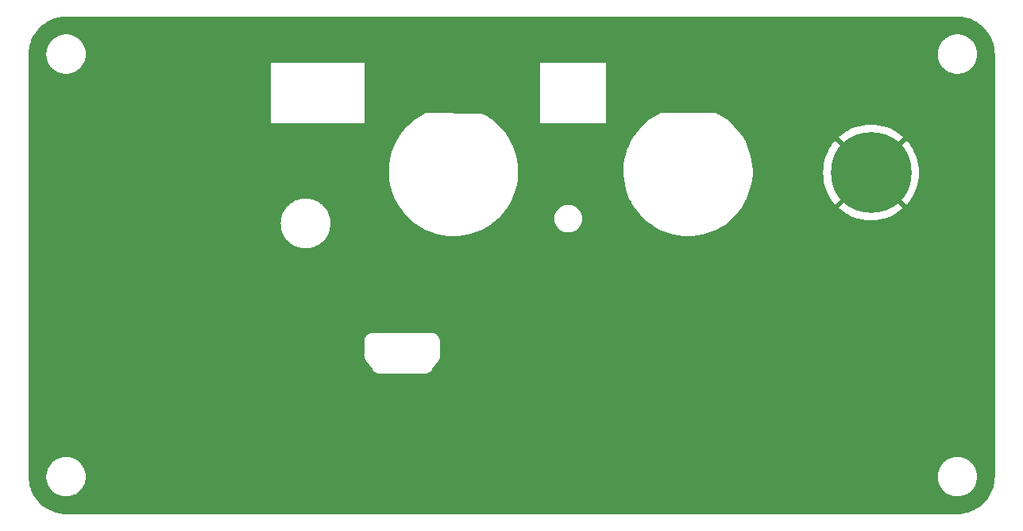
<source format=gbr>
%TF.GenerationSoftware,KiCad,Pcbnew,7.0.2*%
%TF.CreationDate,2023-08-08T17:36:32+02:00*%
%TF.ProjectId,pulse_generator_endplate_1455NF,70756c73-655f-4676-956e-657261746f72,rev?*%
%TF.SameCoordinates,Original*%
%TF.FileFunction,Copper,L1,Top*%
%TF.FilePolarity,Positive*%
%FSLAX46Y46*%
G04 Gerber Fmt 4.6, Leading zero omitted, Abs format (unit mm)*
G04 Created by KiCad (PCBNEW 7.0.2) date 2023-08-08 17:36:32*
%MOMM*%
%LPD*%
G01*
G04 APERTURE LIST*
%TA.AperFunction,ComponentPad*%
%ADD10C,0.900000*%
%TD*%
%TA.AperFunction,ComponentPad*%
%ADD11C,8.600000*%
%TD*%
G04 APERTURE END LIST*
D10*
%TO.P,J1,1,Pin_1*%
%TO.N,GNDREF*%
X177775000Y-80719581D03*
X178719581Y-78439162D03*
X178719581Y-83000000D03*
X181000000Y-77494581D03*
D11*
X181000000Y-80719581D03*
D10*
X181000000Y-83944581D03*
X183280419Y-78439162D03*
X183280419Y-83000000D03*
X184225000Y-80719581D03*
%TD*%
%TA.AperFunction,Conductor*%
%TO.N,GNDREF*%
G36*
X179425031Y-82190499D02*
G01*
X179639990Y-82391257D01*
X179664544Y-82408589D01*
X179014927Y-83058205D01*
X179023476Y-83028160D01*
X179013127Y-82916479D01*
X178963133Y-82816078D01*
X178880247Y-82740516D01*
X178775661Y-82700000D01*
X178691779Y-82700000D01*
X178660105Y-82705920D01*
X179313103Y-82052922D01*
X179425031Y-82190499D01*
G37*
%TD.AperFunction*%
%TA.AperFunction,Conductor*%
G36*
X183333973Y-82700000D02*
G01*
X183252617Y-82700000D01*
X183170169Y-82715412D01*
X183074809Y-82774457D01*
X183007218Y-82863962D01*
X182976524Y-82971840D01*
X182984471Y-83057606D01*
X182335455Y-82408589D01*
X182360010Y-82391257D01*
X182574969Y-82190499D01*
X182686895Y-82052923D01*
X183333973Y-82700000D01*
G37*
%TD.AperFunction*%
%TA.AperFunction,Conductor*%
G36*
X179664544Y-79030572D02*
G01*
X179639990Y-79047905D01*
X179425031Y-79248663D01*
X179313104Y-79386238D01*
X178666028Y-78739162D01*
X178747383Y-78739162D01*
X178829831Y-78723750D01*
X178925191Y-78664705D01*
X178992782Y-78575200D01*
X179023476Y-78467322D01*
X179015528Y-78381556D01*
X179664544Y-79030572D01*
G37*
%TD.AperFunction*%
%TA.AperFunction,Conductor*%
G36*
X182976524Y-78411002D02*
G01*
X182986873Y-78522683D01*
X183036867Y-78623084D01*
X183119753Y-78698646D01*
X183224339Y-78739162D01*
X183308221Y-78739162D01*
X183339889Y-78733242D01*
X182686894Y-79386237D01*
X182574969Y-79248663D01*
X182360010Y-79047905D01*
X182335454Y-79030571D01*
X182985073Y-78380952D01*
X182976524Y-78411002D01*
G37*
%TD.AperFunction*%
%TA.AperFunction,Conductor*%
G36*
X190202855Y-64100632D02*
G01*
X190372951Y-64108495D01*
X190569795Y-64118166D01*
X190580787Y-64119201D01*
X190763357Y-64144668D01*
X190947242Y-64171946D01*
X190957422Y-64173894D01*
X191139341Y-64216681D01*
X191317878Y-64261402D01*
X191327095Y-64264097D01*
X191504478Y-64323550D01*
X191506618Y-64324292D01*
X191678220Y-64385692D01*
X191686519Y-64389004D01*
X191857980Y-64464712D01*
X191860909Y-64466051D01*
X191947263Y-64506892D01*
X192025119Y-64543715D01*
X192032411Y-64547465D01*
X192129135Y-64601341D01*
X192196435Y-64638827D01*
X192199810Y-64640777D01*
X192355371Y-64734017D01*
X192361670Y-64738058D01*
X192516699Y-64844256D01*
X192520459Y-64846935D01*
X192666009Y-64954882D01*
X192671305Y-64959040D01*
X192816009Y-65079200D01*
X192819947Y-65082617D01*
X192954206Y-65204303D01*
X192958590Y-65208478D01*
X193091520Y-65341408D01*
X193095698Y-65345795D01*
X193217375Y-65480045D01*
X193220805Y-65483998D01*
X193340951Y-65628684D01*
X193345124Y-65634000D01*
X193453041Y-65779509D01*
X193455742Y-65783299D01*
X193561940Y-65938328D01*
X193565992Y-65944645D01*
X193618788Y-66032729D01*
X193659200Y-66100153D01*
X193661171Y-66103563D01*
X193752525Y-66267573D01*
X193756291Y-66274896D01*
X193833947Y-66439089D01*
X193835286Y-66442018D01*
X193910994Y-66613479D01*
X193914311Y-66621791D01*
X193975666Y-66793265D01*
X193976487Y-66795634D01*
X194035894Y-66972881D01*
X194038606Y-66982157D01*
X194083317Y-67160653D01*
X194126102Y-67342567D01*
X194128052Y-67352753D01*
X194155337Y-67536689D01*
X194180794Y-67719186D01*
X194181834Y-67730230D01*
X194191512Y-67927238D01*
X194199368Y-68097144D01*
X194199500Y-68102871D01*
X194199500Y-113097127D01*
X194199368Y-113102854D01*
X194191512Y-113272761D01*
X194181834Y-113469767D01*
X194180794Y-113480813D01*
X194155337Y-113663309D01*
X194128052Y-113847242D01*
X194126101Y-113857433D01*
X194083317Y-114039344D01*
X194038605Y-114217845D01*
X194035895Y-114227113D01*
X193976487Y-114404364D01*
X193975666Y-114406733D01*
X193914311Y-114578207D01*
X193910994Y-114586519D01*
X193835286Y-114757980D01*
X193833947Y-114760909D01*
X193756291Y-114925102D01*
X193752525Y-114932425D01*
X193661171Y-115096435D01*
X193659200Y-115099845D01*
X193565999Y-115255342D01*
X193561940Y-115261670D01*
X193455742Y-115416699D01*
X193453041Y-115420489D01*
X193345135Y-115565984D01*
X193340935Y-115571334D01*
X193220851Y-115715947D01*
X193217331Y-115720004D01*
X193095717Y-115854183D01*
X193091520Y-115858590D01*
X192958590Y-115991520D01*
X192954183Y-115995717D01*
X192820004Y-116117331D01*
X192815947Y-116120851D01*
X192671334Y-116240935D01*
X192665984Y-116245135D01*
X192520489Y-116353041D01*
X192516699Y-116355742D01*
X192361670Y-116461940D01*
X192355342Y-116465999D01*
X192199845Y-116559200D01*
X192196435Y-116561171D01*
X192032425Y-116652525D01*
X192025102Y-116656291D01*
X191860909Y-116733947D01*
X191857980Y-116735286D01*
X191686519Y-116810994D01*
X191678207Y-116814311D01*
X191506733Y-116875666D01*
X191504364Y-116876487D01*
X191327117Y-116935894D01*
X191317841Y-116938606D01*
X191139346Y-116983317D01*
X190957431Y-117026102D01*
X190947245Y-117028052D01*
X190763310Y-117055337D01*
X190580812Y-117080794D01*
X190569768Y-117081834D01*
X190372761Y-117091512D01*
X190202855Y-117099368D01*
X190197128Y-117099500D01*
X95202872Y-117099500D01*
X95197145Y-117099368D01*
X95027238Y-117091512D01*
X94830231Y-117081834D01*
X94819185Y-117080794D01*
X94636690Y-117055337D01*
X94452756Y-117028052D01*
X94442565Y-117026101D01*
X94260655Y-116983317D01*
X94082153Y-116938605D01*
X94072885Y-116935895D01*
X93895634Y-116876487D01*
X93893265Y-116875666D01*
X93721791Y-116814311D01*
X93713479Y-116810994D01*
X93542018Y-116735286D01*
X93539089Y-116733947D01*
X93374896Y-116656291D01*
X93367573Y-116652525D01*
X93203563Y-116561171D01*
X93200153Y-116559200D01*
X93180648Y-116547509D01*
X93044645Y-116465992D01*
X93038328Y-116461940D01*
X92883299Y-116355742D01*
X92879509Y-116353041D01*
X92734000Y-116245124D01*
X92728684Y-116240951D01*
X92583998Y-116120805D01*
X92580045Y-116117375D01*
X92445795Y-115995698D01*
X92441408Y-115991520D01*
X92308478Y-115858590D01*
X92304303Y-115854206D01*
X92182617Y-115719947D01*
X92179200Y-115716009D01*
X92059040Y-115571305D01*
X92054882Y-115566009D01*
X91946935Y-115420459D01*
X91944256Y-115416699D01*
X91838058Y-115261670D01*
X91834017Y-115255371D01*
X91740777Y-115099810D01*
X91738827Y-115096435D01*
X91729447Y-115079594D01*
X91647465Y-114932411D01*
X91643715Y-114925119D01*
X91593324Y-114818575D01*
X91566051Y-114760909D01*
X91564712Y-114757980D01*
X91489004Y-114586519D01*
X91485692Y-114578220D01*
X91424292Y-114406618D01*
X91423550Y-114404478D01*
X91364096Y-114227091D01*
X91361400Y-114217867D01*
X91316675Y-114039315D01*
X91273891Y-113857408D01*
X91271948Y-113847256D01*
X91244674Y-113663399D01*
X91219201Y-113480789D01*
X91218166Y-113469799D01*
X91208487Y-113272761D01*
X91200632Y-113102854D01*
X91200566Y-113100000D01*
X93089102Y-113100000D01*
X93089391Y-113104225D01*
X93096091Y-113202178D01*
X93094460Y-113209564D01*
X93098006Y-113234795D01*
X93098924Y-113243591D01*
X93099316Y-113249322D01*
X93099605Y-113257784D01*
X93099604Y-113278647D01*
X93101898Y-113287078D01*
X93108380Y-113381840D01*
X93108381Y-113381847D01*
X93108670Y-113386072D01*
X93109534Y-113390228D01*
X93130160Y-113489488D01*
X93129474Y-113497959D01*
X93137087Y-113524507D01*
X93139299Y-113533467D01*
X93140584Y-113539653D01*
X93141969Y-113547613D01*
X93144540Y-113565907D01*
X93147467Y-113572774D01*
X93167009Y-113666815D01*
X93168427Y-113670804D01*
X93168430Y-113670815D01*
X93203460Y-113769378D01*
X93203985Y-113778771D01*
X93215975Y-113805701D01*
X93219535Y-113814610D01*
X93222069Y-113821740D01*
X93224425Y-113829083D01*
X93228757Y-113844191D01*
X93231925Y-113849471D01*
X93263033Y-113937000D01*
X93264980Y-113940758D01*
X93264982Y-113940762D01*
X93314597Y-114036515D01*
X93316566Y-114046622D01*
X93333057Y-114073012D01*
X93338003Y-114081686D01*
X93342344Y-114090066D01*
X93345518Y-114096663D01*
X93350622Y-114108127D01*
X93353655Y-114111894D01*
X93394952Y-114191593D01*
X93397391Y-114195048D01*
X93397400Y-114195063D01*
X93461456Y-114285809D01*
X93465066Y-114296382D01*
X93486013Y-114321346D01*
X93492323Y-114329538D01*
X93499256Y-114339359D01*
X93503113Y-114345160D01*
X93507810Y-114352677D01*
X93510340Y-114355060D01*
X93560310Y-114425851D01*
X93563203Y-114428949D01*
X93563205Y-114428951D01*
X93641246Y-114512513D01*
X93646648Y-114523264D01*
X93671819Y-114545928D01*
X93679473Y-114553444D01*
X93689953Y-114564666D01*
X93694315Y-114569592D01*
X93697274Y-114573119D01*
X93698978Y-114574330D01*
X93710362Y-114586519D01*
X93756025Y-114635412D01*
X93850534Y-114712300D01*
X93857829Y-114722912D01*
X93886860Y-114742494D01*
X93895772Y-114749105D01*
X93910937Y-114761442D01*
X93915346Y-114765216D01*
X93915982Y-114765546D01*
X93978453Y-114816370D01*
X93982079Y-114818575D01*
X94085331Y-114881364D01*
X94094559Y-114891494D01*
X94126936Y-114907286D01*
X94137005Y-114912788D01*
X94157255Y-114925102D01*
X94223450Y-114965356D01*
X94341186Y-115016496D01*
X94352334Y-115025798D01*
X94387439Y-115037204D01*
X94398516Y-115041397D01*
X94457142Y-115066863D01*
X94473658Y-115074037D01*
X94486452Y-115079594D01*
X94490523Y-115080734D01*
X94490527Y-115080736D01*
X94490531Y-115080737D01*
X94613218Y-115115112D01*
X94626201Y-115123229D01*
X94663303Y-115129772D01*
X94675225Y-115132486D01*
X94710325Y-115142320D01*
X94762560Y-115156956D01*
X94896236Y-115175329D01*
X94910919Y-115181924D01*
X94949254Y-115183263D01*
X94961808Y-115184341D01*
X95046630Y-115196000D01*
X95050868Y-115196000D01*
X95184846Y-115196000D01*
X95201025Y-115200750D01*
X95239766Y-115196679D01*
X95252728Y-115196000D01*
X95329132Y-115196000D01*
X95333370Y-115196000D01*
X95473569Y-115176730D01*
X95490988Y-115179345D01*
X95529271Y-115169800D01*
X95542378Y-115167272D01*
X95617440Y-115156956D01*
X95756878Y-115117887D01*
X95775230Y-115118115D01*
X95812214Y-115103172D01*
X95825208Y-115098741D01*
X95893548Y-115079594D01*
X96029398Y-115020585D01*
X96048333Y-115018222D01*
X96083208Y-114998087D01*
X96095808Y-114991740D01*
X96095967Y-114991670D01*
X96156550Y-114965356D01*
X96285926Y-114886680D01*
X96305047Y-114881578D01*
X96337016Y-114856601D01*
X96348924Y-114848370D01*
X96401547Y-114816370D01*
X96521570Y-114718723D01*
X96540460Y-114710796D01*
X96568813Y-114681436D01*
X96579747Y-114671393D01*
X96623975Y-114635412D01*
X96731843Y-114519911D01*
X96750074Y-114509133D01*
X96774191Y-114475939D01*
X96783880Y-114464193D01*
X96819690Y-114425851D01*
X96912741Y-114294027D01*
X96929865Y-114280445D01*
X96949200Y-114244081D01*
X96957372Y-114230800D01*
X96985048Y-114191593D01*
X97060806Y-114045385D01*
X97076378Y-114029121D01*
X97090506Y-113990306D01*
X97096931Y-113975668D01*
X97115015Y-113940767D01*
X97116967Y-113937000D01*
X97173218Y-113778722D01*
X97186815Y-113759959D01*
X97195422Y-113719470D01*
X97199866Y-113703744D01*
X97212991Y-113666815D01*
X97271330Y-113386072D01*
X97290898Y-113100000D01*
X188109102Y-113100000D01*
X188109391Y-113104225D01*
X188116091Y-113202178D01*
X188114460Y-113209564D01*
X188118006Y-113234795D01*
X188118924Y-113243591D01*
X188119316Y-113249322D01*
X188119605Y-113257784D01*
X188119605Y-113278647D01*
X188121898Y-113287078D01*
X188128380Y-113381840D01*
X188128381Y-113381847D01*
X188128670Y-113386072D01*
X188129534Y-113390228D01*
X188150160Y-113489488D01*
X188149474Y-113497959D01*
X188157087Y-113524507D01*
X188159299Y-113533467D01*
X188160584Y-113539653D01*
X188161969Y-113547613D01*
X188164540Y-113565907D01*
X188167467Y-113572774D01*
X188187009Y-113666815D01*
X188188427Y-113670804D01*
X188188430Y-113670815D01*
X188223460Y-113769378D01*
X188223985Y-113778771D01*
X188235975Y-113805701D01*
X188239535Y-113814610D01*
X188242069Y-113821740D01*
X188244425Y-113829083D01*
X188248757Y-113844191D01*
X188251925Y-113849471D01*
X188283033Y-113937000D01*
X188284980Y-113940758D01*
X188284982Y-113940762D01*
X188334597Y-114036515D01*
X188336566Y-114046622D01*
X188353057Y-114073012D01*
X188358003Y-114081686D01*
X188362344Y-114090066D01*
X188365518Y-114096663D01*
X188370622Y-114108127D01*
X188373655Y-114111894D01*
X188414952Y-114191593D01*
X188417391Y-114195048D01*
X188417400Y-114195063D01*
X188481456Y-114285809D01*
X188485066Y-114296382D01*
X188506013Y-114321346D01*
X188512323Y-114329538D01*
X188519256Y-114339359D01*
X188523113Y-114345160D01*
X188527810Y-114352677D01*
X188530340Y-114355060D01*
X188580310Y-114425851D01*
X188583203Y-114428949D01*
X188583205Y-114428951D01*
X188661246Y-114512513D01*
X188666648Y-114523264D01*
X188691819Y-114545928D01*
X188699473Y-114553444D01*
X188709953Y-114564666D01*
X188714315Y-114569592D01*
X188717274Y-114573119D01*
X188718978Y-114574330D01*
X188730362Y-114586519D01*
X188776025Y-114635412D01*
X188870534Y-114712300D01*
X188877829Y-114722912D01*
X188906860Y-114742494D01*
X188915772Y-114749105D01*
X188930937Y-114761442D01*
X188935346Y-114765216D01*
X188935982Y-114765546D01*
X188998453Y-114816370D01*
X189002079Y-114818575D01*
X189105331Y-114881364D01*
X189114559Y-114891494D01*
X189146936Y-114907286D01*
X189157005Y-114912788D01*
X189177255Y-114925102D01*
X189243450Y-114965356D01*
X189361186Y-115016496D01*
X189372334Y-115025798D01*
X189407439Y-115037204D01*
X189418516Y-115041397D01*
X189477142Y-115066863D01*
X189493658Y-115074037D01*
X189506452Y-115079594D01*
X189510523Y-115080734D01*
X189510527Y-115080736D01*
X189510531Y-115080737D01*
X189633218Y-115115112D01*
X189646201Y-115123229D01*
X189683303Y-115129772D01*
X189695225Y-115132486D01*
X189730325Y-115142320D01*
X189782560Y-115156956D01*
X189916236Y-115175329D01*
X189930919Y-115181924D01*
X189969254Y-115183263D01*
X189981808Y-115184341D01*
X190066630Y-115196000D01*
X190070868Y-115196000D01*
X190204846Y-115196000D01*
X190221025Y-115200750D01*
X190259766Y-115196679D01*
X190272728Y-115196000D01*
X190349132Y-115196000D01*
X190353370Y-115196000D01*
X190493569Y-115176730D01*
X190510988Y-115179345D01*
X190549271Y-115169800D01*
X190562378Y-115167272D01*
X190637440Y-115156956D01*
X190776878Y-115117887D01*
X190795230Y-115118115D01*
X190832214Y-115103172D01*
X190845208Y-115098741D01*
X190913548Y-115079594D01*
X191049398Y-115020585D01*
X191068333Y-115018222D01*
X191103208Y-114998087D01*
X191115808Y-114991740D01*
X191115967Y-114991670D01*
X191176550Y-114965356D01*
X191305926Y-114886680D01*
X191325047Y-114881578D01*
X191357016Y-114856601D01*
X191368924Y-114848370D01*
X191421547Y-114816370D01*
X191541570Y-114718723D01*
X191560460Y-114710796D01*
X191588813Y-114681436D01*
X191599747Y-114671393D01*
X191643975Y-114635412D01*
X191751843Y-114519911D01*
X191770074Y-114509133D01*
X191794191Y-114475939D01*
X191803880Y-114464193D01*
X191839690Y-114425851D01*
X191932741Y-114294027D01*
X191949865Y-114280445D01*
X191969200Y-114244081D01*
X191977372Y-114230800D01*
X192005048Y-114191593D01*
X192080806Y-114045385D01*
X192096378Y-114029121D01*
X192110506Y-113990306D01*
X192116931Y-113975668D01*
X192135015Y-113940767D01*
X192136967Y-113937000D01*
X192193218Y-113778722D01*
X192206815Y-113759959D01*
X192215422Y-113719470D01*
X192219866Y-113703744D01*
X192232991Y-113666815D01*
X192291330Y-113386072D01*
X192310898Y-113100000D01*
X192291330Y-112813928D01*
X192232991Y-112533185D01*
X192219868Y-112496261D01*
X192215423Y-112480532D01*
X192208446Y-112447708D01*
X192193220Y-112421281D01*
X192183628Y-112394293D01*
X192136967Y-112263000D01*
X192116933Y-112224336D01*
X192110508Y-112209697D01*
X192098984Y-112178036D01*
X192080807Y-112154616D01*
X192066487Y-112126980D01*
X192005048Y-112008407D01*
X192002605Y-112004946D01*
X192002599Y-112004936D01*
X191977384Y-111969215D01*
X191969202Y-111955921D01*
X191953336Y-111926081D01*
X191932743Y-111905974D01*
X191842140Y-111777619D01*
X191842135Y-111777613D01*
X191839690Y-111774149D01*
X191803889Y-111735815D01*
X191794195Y-111724064D01*
X191774285Y-111696661D01*
X191751844Y-111680088D01*
X191710058Y-111635346D01*
X191643975Y-111564588D01*
X191640693Y-111561918D01*
X191640690Y-111561915D01*
X191599767Y-111528622D01*
X191588824Y-111518572D01*
X191565277Y-111494189D01*
X191541571Y-111481276D01*
X191424837Y-111386307D01*
X191421547Y-111383630D01*
X191417923Y-111381426D01*
X191417920Y-111381424D01*
X191368940Y-111351639D01*
X191357026Y-111343404D01*
X191330322Y-111322541D01*
X191305925Y-111313318D01*
X191180168Y-111236844D01*
X191180166Y-111236843D01*
X191176550Y-111234644D01*
X191115808Y-111208260D01*
X191103209Y-111201913D01*
X191073921Y-111185003D01*
X191049398Y-111179414D01*
X190917429Y-111122091D01*
X190917419Y-111122087D01*
X190913548Y-111120406D01*
X190909461Y-111119261D01*
X190845219Y-111101261D01*
X190832223Y-111096830D01*
X190800982Y-111084207D01*
X190776878Y-111082112D01*
X190641518Y-111044186D01*
X190641509Y-111044184D01*
X190637440Y-111043044D01*
X190633253Y-111042468D01*
X190633246Y-111042467D01*
X190562393Y-111032729D01*
X190549280Y-111030201D01*
X190516763Y-111022093D01*
X190493571Y-111023269D01*
X190357570Y-111004577D01*
X190357566Y-111004576D01*
X190353370Y-111004000D01*
X190272725Y-111004000D01*
X190259764Y-111003321D01*
X190226686Y-110999844D01*
X190204845Y-111004000D01*
X190066630Y-111004000D01*
X190062433Y-111004576D01*
X190062430Y-111004577D01*
X189981824Y-111015656D01*
X189969267Y-111016735D01*
X189936353Y-111017884D01*
X189916237Y-111024670D01*
X189786753Y-111042467D01*
X189786743Y-111042469D01*
X189782560Y-111043044D01*
X189778493Y-111044183D01*
X189778481Y-111044186D01*
X189695241Y-111067509D01*
X189683320Y-111070223D01*
X189651296Y-111075869D01*
X189633221Y-111084885D01*
X189510533Y-111119261D01*
X189510512Y-111119268D01*
X189506452Y-111120406D01*
X189502582Y-111122086D01*
X189502565Y-111122093D01*
X189418526Y-111158597D01*
X189407444Y-111162794D01*
X189376995Y-111172687D01*
X189361189Y-111183502D01*
X189247328Y-111232959D01*
X189247321Y-111232962D01*
X189243450Y-111234644D01*
X189239839Y-111236839D01*
X189239831Y-111236844D01*
X189157015Y-111287206D01*
X189146946Y-111292708D01*
X189118721Y-111306474D01*
X189105336Y-111318632D01*
X189098910Y-111322541D01*
X189002073Y-111381428D01*
X189002066Y-111381432D01*
X188998453Y-111383630D01*
X188995165Y-111386304D01*
X188995162Y-111386307D01*
X188935983Y-111434452D01*
X188935491Y-111434658D01*
X188930927Y-111438566D01*
X188915783Y-111450886D01*
X188906871Y-111457496D01*
X188881435Y-111474652D01*
X188870535Y-111487698D01*
X188779309Y-111561915D01*
X188779298Y-111561924D01*
X188776025Y-111564588D01*
X188773137Y-111567679D01*
X188773133Y-111567684D01*
X188718979Y-111625669D01*
X188717612Y-111626477D01*
X188714305Y-111630418D01*
X188709941Y-111635346D01*
X188699475Y-111646552D01*
X188691827Y-111654062D01*
X188669668Y-111674014D01*
X188661247Y-111687485D01*
X188583205Y-111771048D01*
X188583197Y-111771057D01*
X188580310Y-111774149D01*
X188577870Y-111777605D01*
X188577864Y-111777613D01*
X188530340Y-111844939D01*
X188528275Y-111846576D01*
X188523111Y-111854841D01*
X188519259Y-111860637D01*
X188512330Y-111870453D01*
X188506017Y-111878648D01*
X188487492Y-111900726D01*
X188481458Y-111914189D01*
X188417394Y-112004946D01*
X188417387Y-112004956D01*
X188414952Y-112008407D01*
X188413003Y-112012168D01*
X188413002Y-112012170D01*
X188373656Y-112088104D01*
X188371120Y-112090752D01*
X188365514Y-112103343D01*
X188362337Y-112109946D01*
X188358001Y-112118315D01*
X188353060Y-112126980D01*
X188338407Y-112150430D01*
X188334598Y-112163483D01*
X188284982Y-112259237D01*
X188284977Y-112259246D01*
X188283033Y-112263000D01*
X188281615Y-112266988D01*
X188281614Y-112266992D01*
X188251925Y-112350528D01*
X188249188Y-112354304D01*
X188244424Y-112370919D01*
X188242065Y-112378272D01*
X188239534Y-112385392D01*
X188235977Y-112394293D01*
X188225275Y-112418330D01*
X188223460Y-112430619D01*
X188187009Y-112533185D01*
X188186146Y-112537335D01*
X188186145Y-112537341D01*
X188167467Y-112627224D01*
X188164803Y-112632211D01*
X188161966Y-112652400D01*
X188160578Y-112660379D01*
X188159296Y-112666546D01*
X188157088Y-112675485D01*
X188150263Y-112699287D01*
X188150160Y-112710510D01*
X188128670Y-112813928D01*
X188128381Y-112818152D01*
X188128380Y-112818160D01*
X188121898Y-112912920D01*
X188119605Y-112919126D01*
X188119605Y-112942215D01*
X188119316Y-112950683D01*
X188118924Y-112956410D01*
X188118006Y-112965198D01*
X188114814Y-112987908D01*
X188116091Y-112997820D01*
X188109102Y-113100000D01*
X97290898Y-113100000D01*
X97271330Y-112813928D01*
X97212991Y-112533185D01*
X97199868Y-112496261D01*
X97195423Y-112480532D01*
X97188446Y-112447708D01*
X97173220Y-112421281D01*
X97163628Y-112394293D01*
X97116967Y-112263000D01*
X97096933Y-112224336D01*
X97090508Y-112209697D01*
X97078984Y-112178036D01*
X97060807Y-112154616D01*
X97046487Y-112126980D01*
X96985048Y-112008407D01*
X96982605Y-112004946D01*
X96982599Y-112004936D01*
X96957384Y-111969215D01*
X96949202Y-111955921D01*
X96933336Y-111926081D01*
X96912743Y-111905974D01*
X96822140Y-111777619D01*
X96822135Y-111777613D01*
X96819690Y-111774149D01*
X96783889Y-111735815D01*
X96774195Y-111724064D01*
X96754285Y-111696661D01*
X96731844Y-111680088D01*
X96690058Y-111635346D01*
X96623975Y-111564588D01*
X96620693Y-111561918D01*
X96620690Y-111561915D01*
X96579767Y-111528622D01*
X96568824Y-111518572D01*
X96545277Y-111494189D01*
X96521571Y-111481276D01*
X96404837Y-111386307D01*
X96401547Y-111383630D01*
X96397923Y-111381426D01*
X96397920Y-111381424D01*
X96348940Y-111351639D01*
X96337026Y-111343404D01*
X96310322Y-111322541D01*
X96285925Y-111313318D01*
X96160168Y-111236844D01*
X96160166Y-111236843D01*
X96156550Y-111234644D01*
X96095808Y-111208260D01*
X96083209Y-111201913D01*
X96053921Y-111185003D01*
X96029398Y-111179414D01*
X95897429Y-111122091D01*
X95897419Y-111122087D01*
X95893548Y-111120406D01*
X95889461Y-111119261D01*
X95825219Y-111101261D01*
X95812223Y-111096830D01*
X95780982Y-111084207D01*
X95756878Y-111082112D01*
X95621518Y-111044186D01*
X95621509Y-111044184D01*
X95617440Y-111043044D01*
X95613253Y-111042468D01*
X95613246Y-111042467D01*
X95542393Y-111032729D01*
X95529280Y-111030201D01*
X95496763Y-111022093D01*
X95473571Y-111023269D01*
X95337570Y-111004577D01*
X95337566Y-111004576D01*
X95333370Y-111004000D01*
X95252725Y-111004000D01*
X95239764Y-111003321D01*
X95206686Y-110999844D01*
X95184845Y-111004000D01*
X95046630Y-111004000D01*
X95042433Y-111004576D01*
X95042430Y-111004577D01*
X94961824Y-111015656D01*
X94949267Y-111016735D01*
X94916353Y-111017884D01*
X94896237Y-111024670D01*
X94766753Y-111042467D01*
X94766743Y-111042469D01*
X94762560Y-111043044D01*
X94758493Y-111044183D01*
X94758481Y-111044186D01*
X94675241Y-111067509D01*
X94663320Y-111070223D01*
X94631296Y-111075869D01*
X94613221Y-111084885D01*
X94490533Y-111119261D01*
X94490512Y-111119268D01*
X94486452Y-111120406D01*
X94482582Y-111122086D01*
X94482565Y-111122093D01*
X94398526Y-111158597D01*
X94387444Y-111162794D01*
X94356995Y-111172687D01*
X94341189Y-111183502D01*
X94227328Y-111232959D01*
X94227321Y-111232962D01*
X94223450Y-111234644D01*
X94219839Y-111236839D01*
X94219831Y-111236844D01*
X94137015Y-111287206D01*
X94126946Y-111292708D01*
X94098721Y-111306474D01*
X94085336Y-111318632D01*
X94078910Y-111322541D01*
X93982073Y-111381428D01*
X93982066Y-111381432D01*
X93978453Y-111383630D01*
X93975165Y-111386304D01*
X93975162Y-111386307D01*
X93915983Y-111434452D01*
X93915491Y-111434658D01*
X93910927Y-111438566D01*
X93895783Y-111450886D01*
X93886871Y-111457496D01*
X93861435Y-111474652D01*
X93850535Y-111487698D01*
X93759309Y-111561915D01*
X93759298Y-111561924D01*
X93756025Y-111564588D01*
X93753137Y-111567679D01*
X93753133Y-111567684D01*
X93698979Y-111625669D01*
X93697612Y-111626477D01*
X93694305Y-111630418D01*
X93689941Y-111635346D01*
X93679475Y-111646552D01*
X93671827Y-111654062D01*
X93649668Y-111674014D01*
X93641247Y-111687485D01*
X93563205Y-111771048D01*
X93563197Y-111771057D01*
X93560310Y-111774149D01*
X93557870Y-111777605D01*
X93557864Y-111777613D01*
X93510340Y-111844939D01*
X93508275Y-111846576D01*
X93503111Y-111854841D01*
X93499259Y-111860637D01*
X93492330Y-111870453D01*
X93486017Y-111878648D01*
X93467492Y-111900726D01*
X93461458Y-111914189D01*
X93397394Y-112004946D01*
X93397387Y-112004956D01*
X93394952Y-112008407D01*
X93393003Y-112012168D01*
X93393002Y-112012170D01*
X93353656Y-112088104D01*
X93351120Y-112090752D01*
X93345514Y-112103343D01*
X93342337Y-112109946D01*
X93338001Y-112118315D01*
X93333060Y-112126980D01*
X93318407Y-112150430D01*
X93314598Y-112163483D01*
X93264982Y-112259237D01*
X93264977Y-112259246D01*
X93263033Y-112263000D01*
X93261615Y-112266988D01*
X93261614Y-112266992D01*
X93231925Y-112350528D01*
X93229188Y-112354304D01*
X93224424Y-112370919D01*
X93222065Y-112378272D01*
X93219534Y-112385392D01*
X93215977Y-112394293D01*
X93205275Y-112418330D01*
X93203460Y-112430619D01*
X93167009Y-112533185D01*
X93166146Y-112537335D01*
X93166145Y-112537341D01*
X93147467Y-112627224D01*
X93144803Y-112632211D01*
X93141966Y-112652400D01*
X93140578Y-112660379D01*
X93139296Y-112666546D01*
X93137088Y-112675485D01*
X93130263Y-112699287D01*
X93130160Y-112710510D01*
X93108670Y-112813928D01*
X93108381Y-112818152D01*
X93108380Y-112818160D01*
X93101898Y-112912920D01*
X93099605Y-112919126D01*
X93099605Y-112942215D01*
X93099316Y-112950683D01*
X93098924Y-112956410D01*
X93098006Y-112965198D01*
X93094814Y-112987908D01*
X93096091Y-112997820D01*
X93089102Y-113100000D01*
X91200566Y-113100000D01*
X91200500Y-113097128D01*
X91200500Y-100100698D01*
X126970560Y-100100698D01*
X126976727Y-100160716D01*
X126977376Y-100173366D01*
X126977389Y-100241400D01*
X126983830Y-100283017D01*
X126980882Y-100305205D01*
X126990467Y-100335430D01*
X126994808Y-100353945D01*
X126999594Y-100384868D01*
X127000403Y-100391159D01*
X127001871Y-100405449D01*
X127017282Y-100437275D01*
X127021740Y-100451333D01*
X127022290Y-100476951D01*
X127034484Y-100498668D01*
X127037441Y-100504264D01*
X127051391Y-100532380D01*
X127058511Y-100550010D01*
X127065245Y-100571247D01*
X127083291Y-100596671D01*
X127102011Y-100634399D01*
X127141051Y-100689788D01*
X127147819Y-100700515D01*
X127172071Y-100743707D01*
X127195987Y-100767713D01*
X127829895Y-101666897D01*
X127836248Y-101685539D01*
X127870234Y-101725101D01*
X127877517Y-101734449D01*
X127879114Y-101736714D01*
X127918514Y-101792699D01*
X127945046Y-101819869D01*
X127953182Y-101835199D01*
X127977101Y-101854138D01*
X127988842Y-101864719D01*
X128019054Y-101895658D01*
X128067770Y-101931765D01*
X128079746Y-101947604D01*
X128102230Y-101959263D01*
X128118978Y-101969719D01*
X128134666Y-101981346D01*
X128136840Y-101982957D01*
X128152961Y-101993382D01*
X128162309Y-102000784D01*
X128191668Y-102010904D01*
X128205425Y-102018038D01*
X128221608Y-102033543D01*
X128242041Y-102039574D01*
X128259837Y-102046738D01*
X128262413Y-102047588D01*
X128262416Y-102047590D01*
X128280956Y-102053711D01*
X128299157Y-102061378D01*
X128314169Y-102069162D01*
X128341477Y-102073695D01*
X128399064Y-102092710D01*
X128441768Y-102099577D01*
X128457180Y-102103077D01*
X128479269Y-102109597D01*
X128503618Y-102109525D01*
X128541143Y-102115560D01*
X128612290Y-102115500D01*
X128624224Y-102116067D01*
X128667671Y-102120236D01*
X128695204Y-102115500D01*
X131022802Y-102115500D01*
X131032802Y-102115500D01*
X133360234Y-102115500D01*
X133379260Y-102121086D01*
X133431515Y-102116072D01*
X133443451Y-102115505D01*
X133514659Y-102115565D01*
X133551986Y-102109561D01*
X133569233Y-102111748D01*
X133598561Y-102103091D01*
X133613974Y-102099591D01*
X133656738Y-102092714D01*
X133694010Y-102080407D01*
X133714216Y-102073736D01*
X133734082Y-102073073D01*
X133756594Y-102061400D01*
X133774797Y-102053732D01*
X133793387Y-102047595D01*
X133793391Y-102047592D01*
X133795877Y-102046772D01*
X133813809Y-102039554D01*
X133825257Y-102036174D01*
X133850457Y-102018001D01*
X133864072Y-102010941D01*
X133886082Y-102006645D01*
X133902799Y-101993409D01*
X133919025Y-101982916D01*
X133936872Y-101969688D01*
X133953628Y-101959227D01*
X133968663Y-101951430D01*
X133988122Y-101931702D01*
X134036750Y-101895661D01*
X134067024Y-101864658D01*
X134078762Y-101854079D01*
X134096871Y-101839740D01*
X134110875Y-101819752D01*
X134137289Y-101792703D01*
X134178294Y-101734434D01*
X134185583Y-101725080D01*
X134214052Y-101691942D01*
X134226060Y-101666678D01*
X134860408Y-100766869D01*
X134879002Y-100752104D01*
X134907846Y-100700750D01*
X134915570Y-100688687D01*
X134927570Y-100672135D01*
X134928230Y-100670642D01*
X134939931Y-100654025D01*
X134939933Y-100654026D01*
X134939964Y-100653971D01*
X134953771Y-100634383D01*
X134972771Y-100596089D01*
X134987885Y-100579740D01*
X134997403Y-100549726D01*
X135004519Y-100532104D01*
X135015335Y-100510307D01*
X135015336Y-100510301D01*
X135017890Y-100505156D01*
X135020854Y-100499548D01*
X135028194Y-100486479D01*
X135033925Y-100451679D01*
X135038607Y-100436916D01*
X135052909Y-100415678D01*
X135055528Y-100390155D01*
X135056340Y-100383842D01*
X135057201Y-100378280D01*
X135057202Y-100378277D01*
X135060921Y-100354249D01*
X135065262Y-100335737D01*
X135071943Y-100314666D01*
X135071849Y-100283649D01*
X135078389Y-100241398D01*
X135078400Y-100173582D01*
X135079048Y-100160959D01*
X135084095Y-100111778D01*
X135078401Y-100078487D01*
X135078401Y-98790792D01*
X135084211Y-98771003D01*
X135079181Y-98726356D01*
X135078401Y-98712472D01*
X135078401Y-98694783D01*
X135078400Y-98694775D01*
X135078400Y-98626308D01*
X135065382Y-98560863D01*
X135066623Y-98546988D01*
X135060228Y-98528711D01*
X135055652Y-98511947D01*
X135043795Y-98452338D01*
X135043794Y-98452335D01*
X135043794Y-98452334D01*
X135009733Y-98370104D01*
X135008145Y-98355336D01*
X135000418Y-98343038D01*
X134990855Y-98324528D01*
X134975913Y-98288454D01*
X134916583Y-98199660D01*
X134911674Y-98183984D01*
X134903537Y-98175847D01*
X134888116Y-98157057D01*
X134877364Y-98140965D01*
X134876704Y-98140305D01*
X134859392Y-98118597D01*
X134858863Y-98117755D01*
X134838984Y-98102584D01*
X134790313Y-98053913D01*
X134781712Y-98038161D01*
X134774301Y-98033505D01*
X134752593Y-98016193D01*
X134751936Y-98015536D01*
X134751932Y-98015533D01*
X134735839Y-98004780D01*
X134717051Y-97989361D01*
X134713994Y-97986304D01*
X134693239Y-97976316D01*
X134604447Y-97916988D01*
X134568379Y-97902048D01*
X134549865Y-97892483D01*
X134543137Y-97888255D01*
X134522793Y-97883165D01*
X134440565Y-97849105D01*
X134380954Y-97837247D01*
X134364192Y-97832672D01*
X134351830Y-97828346D01*
X134332051Y-97827520D01*
X134271619Y-97815500D01*
X134266592Y-97814500D01*
X134180421Y-97814500D01*
X134166539Y-97813720D01*
X134131230Y-97809741D01*
X134102048Y-97814500D01*
X127953709Y-97814500D01*
X127933915Y-97808687D01*
X127889255Y-97813720D01*
X127875371Y-97814500D01*
X127863368Y-97814500D01*
X127863360Y-97814501D01*
X127789210Y-97814501D01*
X127784188Y-97815500D01*
X127723772Y-97827517D01*
X127709894Y-97826274D01*
X127691606Y-97832674D01*
X127674845Y-97837249D01*
X127615236Y-97849106D01*
X127533003Y-97883167D01*
X127518235Y-97884754D01*
X127505935Y-97892483D01*
X127487418Y-97902049D01*
X127451353Y-97916987D01*
X127362559Y-97976318D01*
X127346882Y-97981226D01*
X127338744Y-97989365D01*
X127319957Y-98004783D01*
X127303868Y-98015533D01*
X127303209Y-98016193D01*
X127281505Y-98033500D01*
X127280664Y-98034028D01*
X127265491Y-98053910D01*
X127216814Y-98102587D01*
X127201061Y-98111188D01*
X127196404Y-98118601D01*
X127179097Y-98140305D01*
X127178434Y-98140967D01*
X127167684Y-98157056D01*
X127152266Y-98175843D01*
X127149205Y-98178903D01*
X127139219Y-98199658D01*
X127079888Y-98288453D01*
X127064950Y-98324518D01*
X127055384Y-98343034D01*
X127051154Y-98349765D01*
X127046066Y-98370108D01*
X127012006Y-98452335D01*
X127000148Y-98511947D01*
X126995574Y-98528705D01*
X126991245Y-98541075D01*
X126990419Y-98560861D01*
X126977401Y-98626310D01*
X126977401Y-98712479D01*
X126976621Y-98726361D01*
X126972642Y-98761669D01*
X126977401Y-98790852D01*
X126977401Y-100077402D01*
X126970560Y-100100698D01*
X91200500Y-100100698D01*
X91200500Y-86130000D01*
X118074655Y-86130000D01*
X118074881Y-86133736D01*
X118074881Y-86133737D01*
X118082401Y-86258067D01*
X118081284Y-86262939D01*
X118083564Y-86281346D01*
X118084277Y-86289091D01*
X118084799Y-86297715D01*
X118085026Y-86305207D01*
X118085026Y-86319713D01*
X118086455Y-86325089D01*
X118093788Y-86446326D01*
X118093789Y-86446338D01*
X118094015Y-86450066D01*
X118094688Y-86453740D01*
X118094690Y-86453754D01*
X118117701Y-86579322D01*
X118117101Y-86585050D01*
X118122197Y-86605312D01*
X118123913Y-86613215D01*
X118125570Y-86622261D01*
X118126658Y-86629359D01*
X118128116Y-86641136D01*
X118129799Y-86645334D01*
X118141859Y-86711146D01*
X118151814Y-86765466D01*
X118152929Y-86769045D01*
X118152931Y-86769052D01*
X118191832Y-86893890D01*
X118191939Y-86900408D01*
X118200264Y-86921897D01*
X118203023Y-86929801D01*
X118206072Y-86939586D01*
X118207940Y-86946226D01*
X118210119Y-86954891D01*
X118211786Y-86957923D01*
X118246096Y-87068028D01*
X118246099Y-87068035D01*
X118247209Y-87071598D01*
X118248742Y-87075004D01*
X118303701Y-87197119D01*
X118304694Y-87204312D01*
X118316507Y-87226310D01*
X118320336Y-87234080D01*
X118325223Y-87244938D01*
X118327774Y-87251035D01*
X118329803Y-87256274D01*
X118331193Y-87258203D01*
X118378809Y-87364000D01*
X118380748Y-87367208D01*
X118380751Y-87367213D01*
X118451641Y-87484481D01*
X118453682Y-87492212D01*
X118469125Y-87514028D01*
X118474031Y-87521517D01*
X118481336Y-87533600D01*
X118484467Y-87539091D01*
X118485366Y-87540765D01*
X118486235Y-87541706D01*
X118542756Y-87635203D01*
X118542760Y-87635208D01*
X118544694Y-87638408D01*
X118569415Y-87669962D01*
X118633472Y-87751725D01*
X118636697Y-87759824D01*
X118655770Y-87780746D01*
X118661743Y-87787810D01*
X118672207Y-87801166D01*
X118674280Y-87803949D01*
X118674596Y-87804216D01*
X118740131Y-87887865D01*
X118740134Y-87887868D01*
X118742446Y-87890819D01*
X118745098Y-87893471D01*
X118745099Y-87893472D01*
X118846471Y-87994844D01*
X118850988Y-88003117D01*
X118873585Y-88022477D01*
X118880589Y-88028961D01*
X118969181Y-88117554D01*
X118972131Y-88119865D01*
X118972132Y-88119866D01*
X119087469Y-88210227D01*
X119093358Y-88218466D01*
X119119250Y-88235622D01*
X119127225Y-88241373D01*
X119191323Y-88291591D01*
X119215452Y-88310496D01*
X119221592Y-88315306D01*
X119224796Y-88317243D01*
X119224802Y-88317247D01*
X119352901Y-88394685D01*
X119360203Y-88402659D01*
X119389066Y-88417031D01*
X119397939Y-88421911D01*
X119496000Y-88481191D01*
X119638826Y-88545472D01*
X119647558Y-88552954D01*
X119679003Y-88564035D01*
X119688683Y-88567911D01*
X119784995Y-88611258D01*
X119785000Y-88611259D01*
X119788402Y-88612791D01*
X119791971Y-88613903D01*
X119791976Y-88613905D01*
X119878359Y-88640823D01*
X119926685Y-88655882D01*
X119940979Y-88660336D01*
X119951100Y-88667078D01*
X119984612Y-88674418D01*
X119994974Y-88677161D01*
X120094534Y-88708186D01*
X120098223Y-88708862D01*
X120254872Y-88737569D01*
X120266320Y-88743339D01*
X120301362Y-88746586D01*
X120312272Y-88748087D01*
X120409934Y-88765985D01*
X120575828Y-88776019D01*
X120588499Y-88780587D01*
X120624481Y-88779479D01*
X120635780Y-88779645D01*
X120730000Y-88785345D01*
X120899099Y-88775116D01*
X120912851Y-88778266D01*
X120949142Y-88772633D01*
X120960659Y-88771392D01*
X121050066Y-88765985D01*
X121219849Y-88734871D01*
X121234504Y-88736406D01*
X121270455Y-88726177D01*
X121282028Y-88723476D01*
X121365466Y-88708186D01*
X121533314Y-88655881D01*
X121548670Y-88655628D01*
X121583649Y-88640823D01*
X121595069Y-88636638D01*
X121671598Y-88612791D01*
X121834856Y-88539313D01*
X121850682Y-88537127D01*
X121884041Y-88517867D01*
X121895142Y-88512181D01*
X121964000Y-88481191D01*
X122119959Y-88386910D01*
X122135985Y-88382678D01*
X122167103Y-88359180D01*
X122177682Y-88352016D01*
X122235197Y-88317247D01*
X122235195Y-88317247D01*
X122238408Y-88315306D01*
X122384406Y-88200922D01*
X122400355Y-88194571D01*
X122428653Y-88167132D01*
X122438493Y-88158548D01*
X122490819Y-88117554D01*
X122624251Y-87984121D01*
X122639832Y-87975613D01*
X122664787Y-87944602D01*
X122673705Y-87934667D01*
X122717554Y-87890819D01*
X122835914Y-87739743D01*
X122850827Y-87729082D01*
X122871958Y-87694956D01*
X122879769Y-87683766D01*
X122915306Y-87638408D01*
X123016261Y-87471406D01*
X123030202Y-87458639D01*
X123047103Y-87421904D01*
X123053632Y-87409587D01*
X123081191Y-87364000D01*
X123162607Y-87183099D01*
X123175272Y-87168320D01*
X123187609Y-87129542D01*
X123192699Y-87116241D01*
X123211255Y-87075011D01*
X123211258Y-87075004D01*
X123212791Y-87071598D01*
X123272773Y-86879108D01*
X123283871Y-86862448D01*
X123291389Y-86822231D01*
X123294887Y-86808142D01*
X123308186Y-86765466D01*
X123365985Y-86450066D01*
X123385345Y-86130000D01*
X123365985Y-85809934D01*
X123308186Y-85494534D01*
X123294891Y-85451869D01*
X123291390Y-85437772D01*
X123285116Y-85404210D01*
X123272775Y-85380898D01*
X123268166Y-85366108D01*
X123230955Y-85246693D01*
X123213905Y-85191976D01*
X123213903Y-85191971D01*
X123212791Y-85188402D01*
X123211257Y-85184995D01*
X123211255Y-85184988D01*
X123192701Y-85143763D01*
X123187611Y-85130462D01*
X123177268Y-85097951D01*
X123162608Y-85076901D01*
X123139658Y-85025908D01*
X123081191Y-84896000D01*
X123077054Y-84889157D01*
X123053639Y-84850422D01*
X123047106Y-84838100D01*
X123032873Y-84807165D01*
X123016263Y-84788596D01*
X122915306Y-84621592D01*
X122879777Y-84576243D01*
X122871962Y-84565049D01*
X122854089Y-84536184D01*
X122835913Y-84520255D01*
X122818726Y-84498318D01*
X122717554Y-84369181D01*
X122673714Y-84325341D01*
X122664790Y-84315400D01*
X122643595Y-84289061D01*
X122624249Y-84275876D01*
X122493472Y-84145099D01*
X122490819Y-84142446D01*
X122487871Y-84140136D01*
X122487865Y-84140131D01*
X122438505Y-84101460D01*
X122428659Y-84092871D01*
X122404522Y-84069467D01*
X122384407Y-84059077D01*
X122296442Y-83990161D01*
X122238408Y-83944694D01*
X122235203Y-83942756D01*
X122235198Y-83942753D01*
X122177684Y-83907984D01*
X122167109Y-83900823D01*
X122140454Y-83880695D01*
X122119959Y-83873089D01*
X121967205Y-83780746D01*
X121967198Y-83780742D01*
X121964000Y-83778809D01*
X121960582Y-83777270D01*
X121960577Y-83777268D01*
X121895154Y-83747823D01*
X121884046Y-83742135D01*
X121855358Y-83725572D01*
X121834859Y-83720687D01*
X121675004Y-83648741D01*
X121674991Y-83648736D01*
X121671598Y-83647209D01*
X121668030Y-83646097D01*
X121668027Y-83646096D01*
X121595101Y-83623371D01*
X121583660Y-83619179D01*
X121553451Y-83606392D01*
X121533315Y-83604117D01*
X121369052Y-83552931D01*
X121369045Y-83552929D01*
X121365466Y-83551814D01*
X121361784Y-83551139D01*
X121361779Y-83551138D01*
X121282044Y-83536526D01*
X121270463Y-83533824D01*
X121239291Y-83524955D01*
X121219850Y-83525128D01*
X121053754Y-83494690D01*
X121053740Y-83494688D01*
X121050066Y-83494015D01*
X121046338Y-83493789D01*
X121046326Y-83493788D01*
X120960681Y-83488608D01*
X120949148Y-83487367D01*
X120917557Y-83482463D01*
X120899100Y-83484883D01*
X120733737Y-83474881D01*
X120733736Y-83474881D01*
X120730000Y-83474655D01*
X120700118Y-83476462D01*
X120635798Y-83480353D01*
X120624493Y-83480520D01*
X120593044Y-83479551D01*
X120575830Y-83483980D01*
X120413672Y-83493788D01*
X120413657Y-83493789D01*
X120409934Y-83494015D01*
X120406261Y-83494687D01*
X120406245Y-83494690D01*
X120312291Y-83511908D01*
X120301382Y-83513410D01*
X120270634Y-83516259D01*
X120254876Y-83522430D01*
X120098220Y-83551138D01*
X120098211Y-83551140D01*
X120094534Y-83551814D01*
X119994977Y-83582837D01*
X119984621Y-83585579D01*
X119955113Y-83592041D01*
X119940981Y-83599663D01*
X119791971Y-83646096D01*
X119791958Y-83646100D01*
X119788402Y-83647209D01*
X119785004Y-83648738D01*
X119784989Y-83648744D01*
X119688686Y-83692086D01*
X119679010Y-83695961D01*
X119651213Y-83705756D01*
X119638828Y-83714526D01*
X119499422Y-83777268D01*
X119499410Y-83777274D01*
X119496000Y-83778809D01*
X119492807Y-83780738D01*
X119492794Y-83780746D01*
X119397958Y-83838077D01*
X119389081Y-83842960D01*
X119363471Y-83855712D01*
X119352904Y-83865313D01*
X119282318Y-83907984D01*
X119221592Y-83944694D01*
X119218652Y-83946996D01*
X119218635Y-83947009D01*
X119127240Y-84018612D01*
X119119264Y-84024366D01*
X119096207Y-84039644D01*
X119087471Y-84049770D01*
X118972141Y-84140125D01*
X118972121Y-84140142D01*
X118969181Y-84142446D01*
X118966535Y-84145091D01*
X118966536Y-84145091D01*
X118880596Y-84231031D01*
X118873593Y-84237514D01*
X118853407Y-84254807D01*
X118846473Y-84265153D01*
X118742446Y-84369181D01*
X118740143Y-84372119D01*
X118740131Y-84372134D01*
X118674596Y-84455783D01*
X118674346Y-84455961D01*
X118672206Y-84458834D01*
X118661748Y-84472182D01*
X118655778Y-84479243D01*
X118638676Y-84498003D01*
X118633473Y-84508273D01*
X118547003Y-84618644D01*
X118546998Y-84618650D01*
X118544694Y-84621592D01*
X118542765Y-84624782D01*
X118542756Y-84624796D01*
X118486236Y-84718293D01*
X118485517Y-84718950D01*
X118484458Y-84720924D01*
X118481334Y-84726402D01*
X118474037Y-84738473D01*
X118469128Y-84745967D01*
X118455240Y-84765585D01*
X118451643Y-84775517D01*
X118380746Y-84892794D01*
X118380738Y-84892807D01*
X118378809Y-84896000D01*
X118377280Y-84899396D01*
X118377267Y-84899422D01*
X118331193Y-85001795D01*
X118330021Y-85003162D01*
X118327769Y-85008975D01*
X118325222Y-85015062D01*
X118320341Y-85025908D01*
X118316510Y-85033682D01*
X118305853Y-85053526D01*
X118303702Y-85062880D01*
X118248741Y-85184995D01*
X118248733Y-85185014D01*
X118247209Y-85188402D01*
X118246099Y-85191964D01*
X118246096Y-85191972D01*
X118211786Y-85302075D01*
X118210334Y-85304253D01*
X118207939Y-85313777D01*
X118206072Y-85320415D01*
X118203026Y-85330191D01*
X118200266Y-85338097D01*
X118192732Y-85357544D01*
X118191833Y-85366108D01*
X118179960Y-85404210D01*
X118151814Y-85494534D01*
X118151140Y-85498211D01*
X118151138Y-85498220D01*
X118129799Y-85614664D01*
X118128259Y-85617718D01*
X118126659Y-85630640D01*
X118125567Y-85637754D01*
X118123910Y-85646794D01*
X118122198Y-85654679D01*
X118117574Y-85673063D01*
X118117702Y-85680676D01*
X118094690Y-85806246D01*
X118094690Y-85806249D01*
X118094015Y-85809934D01*
X118093789Y-85813659D01*
X118093788Y-85813673D01*
X118086455Y-85934910D01*
X118085025Y-85938873D01*
X118085026Y-85954792D01*
X118084799Y-85962286D01*
X118084277Y-85970908D01*
X118083564Y-85978650D01*
X118081490Y-85995393D01*
X118082401Y-86001931D01*
X118074881Y-86126262D01*
X118074655Y-86130000D01*
X91200500Y-86130000D01*
X91200500Y-80427813D01*
X129612071Y-80427813D01*
X129612099Y-80430156D01*
X129612099Y-80430158D01*
X129618292Y-80948181D01*
X129618293Y-80948201D01*
X129618321Y-80950541D01*
X129618526Y-80952870D01*
X129618527Y-80952887D01*
X129663372Y-81462077D01*
X129664184Y-81471292D01*
X129664564Y-81473598D01*
X129664567Y-81473614D01*
X129748638Y-81982484D01*
X129749395Y-81987066D01*
X129749952Y-81989349D01*
X129749953Y-81989350D01*
X129871788Y-82488030D01*
X129873466Y-82494896D01*
X129874198Y-82497139D01*
X129874199Y-82497142D01*
X129998972Y-82879398D01*
X130035681Y-82991858D01*
X130036576Y-82994027D01*
X130036578Y-82994032D01*
X130231377Y-83466054D01*
X130235107Y-83475090D01*
X130236167Y-83477191D01*
X130236168Y-83477193D01*
X130468148Y-83936962D01*
X130470596Y-83941812D01*
X130471811Y-83943824D01*
X130471813Y-83943828D01*
X130739572Y-84387319D01*
X130739579Y-84387330D01*
X130740791Y-84389337D01*
X131044139Y-84815089D01*
X131045649Y-84816901D01*
X131045652Y-84816904D01*
X131373168Y-85209751D01*
X131378893Y-85216617D01*
X131380538Y-85218311D01*
X131380542Y-85218315D01*
X131741481Y-85589918D01*
X131741488Y-85589925D01*
X131743125Y-85591610D01*
X131744886Y-85593167D01*
X131744890Y-85593171D01*
X131810376Y-85651079D01*
X132134739Y-85937908D01*
X132551481Y-86253519D01*
X132990952Y-86536627D01*
X132993013Y-86537743D01*
X132993021Y-86537748D01*
X133183903Y-86641136D01*
X133450622Y-86785600D01*
X133927846Y-86999007D01*
X134419875Y-87175618D01*
X134923878Y-87314417D01*
X135436954Y-87414605D01*
X135956149Y-87475605D01*
X136478474Y-87497067D01*
X137000924Y-87478866D01*
X137520489Y-87421108D01*
X138034180Y-87324124D01*
X138539040Y-87188474D01*
X139032163Y-87014937D01*
X139510709Y-86804514D01*
X139971924Y-86558415D01*
X140413154Y-86278056D01*
X140831858Y-85965052D01*
X141215554Y-85630000D01*
X147254008Y-85630000D01*
X147274132Y-85872860D01*
X147274132Y-85872862D01*
X147274133Y-85872866D01*
X147333958Y-86109107D01*
X147333959Y-86109110D01*
X147382904Y-86220692D01*
X147431850Y-86332279D01*
X147565141Y-86536295D01*
X147726102Y-86711146D01*
X147730196Y-86715593D01*
X147821372Y-86786558D01*
X147922505Y-86865273D01*
X148136831Y-86981260D01*
X148367325Y-87060389D01*
X148607700Y-87100500D01*
X148851398Y-87100500D01*
X149091773Y-87060389D01*
X149322267Y-86981260D01*
X149536593Y-86865273D01*
X149728905Y-86715590D01*
X149893957Y-86536295D01*
X150027248Y-86332279D01*
X150125140Y-86109107D01*
X150184965Y-85872866D01*
X150205089Y-85630000D01*
X150184965Y-85387134D01*
X150125140Y-85150893D01*
X150027248Y-84927721D01*
X149893957Y-84723705D01*
X149728905Y-84544410D01*
X149728903Y-84544409D01*
X149728901Y-84544406D01*
X149600696Y-84444621D01*
X149536593Y-84394727D01*
X149322267Y-84278740D01*
X149322266Y-84278739D01*
X149322265Y-84278739D01*
X149091774Y-84199611D01*
X148851398Y-84159500D01*
X148607700Y-84159500D01*
X148367323Y-84199611D01*
X148136832Y-84278739D01*
X148019103Y-84342450D01*
X147922505Y-84394727D01*
X147922503Y-84394728D01*
X147922502Y-84394729D01*
X147730196Y-84544406D01*
X147582356Y-84705004D01*
X147565141Y-84723705D01*
X147450800Y-84898716D01*
X147431849Y-84927723D01*
X147333959Y-85150889D01*
X147333957Y-85150893D01*
X147333958Y-85150893D01*
X147281627Y-85357544D01*
X147274132Y-85387139D01*
X147254008Y-85630000D01*
X141215554Y-85630000D01*
X141225626Y-85621205D01*
X141592192Y-85248493D01*
X141929445Y-84849063D01*
X142235444Y-84425213D01*
X142508428Y-83979383D01*
X142746825Y-83514140D01*
X142949264Y-83032161D01*
X143114578Y-82536222D01*
X143241816Y-82029177D01*
X143330246Y-81513944D01*
X143379358Y-80993490D01*
X143388870Y-80470810D01*
X143385990Y-80420947D01*
X154612092Y-80420947D01*
X154612120Y-80423290D01*
X154612120Y-80423292D01*
X154618313Y-80941315D01*
X154618314Y-80941335D01*
X154618342Y-80943675D01*
X154618547Y-80946004D01*
X154618548Y-80946021D01*
X154662164Y-81441255D01*
X154664205Y-81464426D01*
X154664585Y-81466732D01*
X154664588Y-81466748D01*
X154749033Y-81977883D01*
X154749416Y-81980200D01*
X154873487Y-82488030D01*
X154874219Y-82490273D01*
X154874220Y-82490276D01*
X154966980Y-82774457D01*
X155035702Y-82984992D01*
X155036597Y-82987161D01*
X155036599Y-82987166D01*
X155155094Y-83274294D01*
X155235128Y-83468224D01*
X155236188Y-83470325D01*
X155236189Y-83470327D01*
X155430638Y-83855712D01*
X155470617Y-83934946D01*
X155471832Y-83936958D01*
X155471834Y-83936962D01*
X155739593Y-84380453D01*
X155739600Y-84380464D01*
X155740812Y-84382471D01*
X156044160Y-84808223D01*
X156045670Y-84810035D01*
X156045673Y-84810038D01*
X156364094Y-85191976D01*
X156378914Y-85209751D01*
X156380559Y-85211445D01*
X156380563Y-85211449D01*
X156741502Y-85583052D01*
X156741509Y-85583059D01*
X156743146Y-85584744D01*
X156744907Y-85586301D01*
X156744911Y-85586305D01*
X156901097Y-85724417D01*
X157134760Y-85931042D01*
X157551502Y-86246653D01*
X157990973Y-86529761D01*
X157993034Y-86530877D01*
X157993042Y-86530882D01*
X158204351Y-86645334D01*
X158450643Y-86778734D01*
X158927867Y-86992141D01*
X159419896Y-87168752D01*
X159923899Y-87307551D01*
X160436975Y-87407739D01*
X160956170Y-87468739D01*
X161478495Y-87490201D01*
X162000945Y-87472000D01*
X162520510Y-87414242D01*
X163034201Y-87317258D01*
X163539061Y-87181608D01*
X164032184Y-87008071D01*
X164510730Y-86797648D01*
X164971945Y-86551549D01*
X165413175Y-86271190D01*
X165831879Y-85958186D01*
X166225647Y-85614339D01*
X166592213Y-85241627D01*
X166929466Y-84842197D01*
X167235465Y-84418347D01*
X167508449Y-83972517D01*
X167746846Y-83507274D01*
X167949285Y-83025295D01*
X168114599Y-82529356D01*
X168241837Y-82022311D01*
X168330267Y-81507078D01*
X168379379Y-80986624D01*
X168384190Y-80722283D01*
X175895259Y-80722283D01*
X175914448Y-81161793D01*
X175914920Y-81167186D01*
X175972342Y-81603352D01*
X175973278Y-81608660D01*
X176068501Y-82038185D01*
X176069895Y-82043387D01*
X176202189Y-82462969D01*
X176204036Y-82468044D01*
X176372388Y-82874480D01*
X176374681Y-82879398D01*
X176577813Y-83269612D01*
X176580516Y-83274294D01*
X176816884Y-83645317D01*
X176819993Y-83649758D01*
X177087800Y-83998770D01*
X177091279Y-84002916D01*
X177221261Y-84144764D01*
X178424236Y-82941789D01*
X178415686Y-82971840D01*
X178426035Y-83083521D01*
X178476029Y-83183922D01*
X178558915Y-83259484D01*
X178663501Y-83300000D01*
X178747383Y-83300000D01*
X178779052Y-83294079D01*
X177574814Y-84498318D01*
X177716664Y-84628301D01*
X177720810Y-84631780D01*
X178069822Y-84899587D01*
X178074263Y-84902696D01*
X178445286Y-85139064D01*
X178449968Y-85141767D01*
X178840182Y-85344899D01*
X178845100Y-85347192D01*
X179251536Y-85515544D01*
X179256611Y-85517391D01*
X179676193Y-85649685D01*
X179681395Y-85651079D01*
X180110920Y-85746302D01*
X180116228Y-85747238D01*
X180552394Y-85804660D01*
X180557787Y-85805132D01*
X180997297Y-85824322D01*
X181002703Y-85824322D01*
X181442212Y-85805132D01*
X181447605Y-85804660D01*
X181883771Y-85747238D01*
X181889079Y-85746302D01*
X182318604Y-85651079D01*
X182323806Y-85649685D01*
X182743388Y-85517391D01*
X182748463Y-85515544D01*
X183154899Y-85347192D01*
X183159817Y-85344899D01*
X183550031Y-85141767D01*
X183554713Y-85139064D01*
X183925736Y-84902696D01*
X183930177Y-84899587D01*
X184279189Y-84631780D01*
X184283335Y-84628301D01*
X184425183Y-84498319D01*
X184425183Y-84498318D01*
X183226865Y-83300000D01*
X183308221Y-83300000D01*
X183390669Y-83284588D01*
X183486029Y-83225543D01*
X183553620Y-83136038D01*
X183584314Y-83028160D01*
X183576366Y-82942393D01*
X184778737Y-84144764D01*
X184778738Y-84144764D01*
X184908720Y-84002916D01*
X184912199Y-83998770D01*
X185180006Y-83649758D01*
X185183115Y-83645317D01*
X185419483Y-83274294D01*
X185422186Y-83269612D01*
X185625318Y-82879398D01*
X185627611Y-82874480D01*
X185795963Y-82468044D01*
X185797810Y-82462969D01*
X185930104Y-82043387D01*
X185931498Y-82038185D01*
X186026721Y-81608660D01*
X186027657Y-81603352D01*
X186085079Y-81167186D01*
X186085551Y-81161793D01*
X186104740Y-80722283D01*
X186104740Y-80716878D01*
X186085551Y-80277368D01*
X186085079Y-80271975D01*
X186027657Y-79835809D01*
X186026721Y-79830501D01*
X185931498Y-79400976D01*
X185930104Y-79395774D01*
X185797810Y-78976192D01*
X185795963Y-78971117D01*
X185627611Y-78564681D01*
X185625318Y-78559763D01*
X185422187Y-78169552D01*
X185419486Y-78164874D01*
X185183103Y-77793826D01*
X185180013Y-77789413D01*
X184912199Y-77440391D01*
X184908720Y-77436245D01*
X184778736Y-77294395D01*
X183575765Y-78497365D01*
X183584314Y-78467322D01*
X183573965Y-78355641D01*
X183523971Y-78255240D01*
X183441085Y-78179678D01*
X183336499Y-78139162D01*
X183252617Y-78139162D01*
X183220943Y-78145082D01*
X184425184Y-76940842D01*
X184283335Y-76810860D01*
X184279189Y-76807381D01*
X183930177Y-76539574D01*
X183925736Y-76536465D01*
X183554713Y-76300097D01*
X183550031Y-76297394D01*
X183159817Y-76094262D01*
X183154899Y-76091969D01*
X182748463Y-75923617D01*
X182743388Y-75921770D01*
X182323806Y-75789476D01*
X182318604Y-75788082D01*
X181889079Y-75692859D01*
X181883771Y-75691923D01*
X181447605Y-75634501D01*
X181442212Y-75634029D01*
X181002703Y-75614840D01*
X180997297Y-75614840D01*
X180557787Y-75634029D01*
X180552394Y-75634501D01*
X180116228Y-75691923D01*
X180110920Y-75692859D01*
X179681395Y-75788082D01*
X179676193Y-75789476D01*
X179256611Y-75921770D01*
X179251536Y-75923617D01*
X178845100Y-76091969D01*
X178840182Y-76094262D01*
X178449971Y-76297393D01*
X178445293Y-76300094D01*
X178074245Y-76536477D01*
X178069832Y-76539567D01*
X177720802Y-76807387D01*
X177716666Y-76810858D01*
X177574814Y-76940842D01*
X178773134Y-78139162D01*
X178691779Y-78139162D01*
X178609331Y-78154574D01*
X178513971Y-78213619D01*
X178446380Y-78303124D01*
X178415686Y-78411002D01*
X178423633Y-78496767D01*
X177221261Y-77294395D01*
X177091277Y-77436247D01*
X177087806Y-77440383D01*
X176819986Y-77789413D01*
X176816896Y-77793826D01*
X176580513Y-78164874D01*
X176577812Y-78169552D01*
X176374681Y-78559763D01*
X176372388Y-78564681D01*
X176204036Y-78971117D01*
X176202189Y-78976192D01*
X176069895Y-79395774D01*
X176068501Y-79400976D01*
X175973278Y-79830501D01*
X175972342Y-79835809D01*
X175914920Y-80271975D01*
X175914448Y-80277368D01*
X175895259Y-80716878D01*
X175895259Y-80722283D01*
X168384190Y-80722283D01*
X168388891Y-80463944D01*
X168358748Y-79942048D01*
X168289125Y-79423939D01*
X168180420Y-78912600D01*
X168033261Y-78410974D01*
X167848494Y-77921949D01*
X167627183Y-77448339D01*
X167370601Y-76992872D01*
X167080227Y-76558169D01*
X167065646Y-76539567D01*
X166759177Y-76148577D01*
X166759176Y-76148576D01*
X166757730Y-76146731D01*
X166404969Y-75760929D01*
X166403264Y-75759327D01*
X166403257Y-75759320D01*
X166127239Y-75500000D01*
X166023973Y-75402981D01*
X166022155Y-75401516D01*
X166022146Y-75401508D01*
X165618764Y-75076424D01*
X165616935Y-75074950D01*
X165615017Y-75073630D01*
X165615005Y-75073622D01*
X165198118Y-74786920D01*
X165186198Y-74778722D01*
X164734243Y-74516004D01*
X164732408Y-74515095D01*
X164732389Y-74515085D01*
X164500001Y-74400000D01*
X164499998Y-74399999D01*
X158538761Y-74381394D01*
X158305658Y-74495026D01*
X158305626Y-74495042D01*
X158303796Y-74495935D01*
X158302014Y-74496955D01*
X158301997Y-74496965D01*
X157852261Y-74754651D01*
X157852244Y-74754661D01*
X157850210Y-74755827D01*
X157848268Y-74757144D01*
X157848250Y-74757156D01*
X157419582Y-75048037D01*
X157419573Y-75048043D01*
X157417633Y-75049360D01*
X157415800Y-75050817D01*
X157415791Y-75050825D01*
X157010405Y-75373371D01*
X157010388Y-75373385D01*
X157008555Y-75374844D01*
X157006835Y-75376439D01*
X157006815Y-75376457D01*
X156627070Y-75728793D01*
X156625332Y-75730406D01*
X156623745Y-75732119D01*
X156623726Y-75732139D01*
X156271756Y-76112284D01*
X156271744Y-76112297D01*
X156270169Y-76113999D01*
X156268731Y-76115810D01*
X156268720Y-76115823D01*
X155946567Y-76521581D01*
X155946555Y-76521596D01*
X155945111Y-76523416D01*
X155943801Y-76525350D01*
X155943795Y-76525359D01*
X155653343Y-76954356D01*
X155653333Y-76954371D01*
X155652029Y-76956298D01*
X155650872Y-76958321D01*
X155650864Y-76958335D01*
X155393779Y-77408106D01*
X155393766Y-77408130D01*
X155392609Y-77410155D01*
X155391605Y-77412267D01*
X155391594Y-77412290D01*
X155169353Y-77880251D01*
X155169341Y-77880278D01*
X155168346Y-77882374D01*
X155167513Y-77884537D01*
X155167503Y-77884561D01*
X154981375Y-78368039D01*
X154981368Y-78368057D01*
X154980530Y-78370236D01*
X154979853Y-78372488D01*
X154979851Y-78372497D01*
X154830922Y-78868669D01*
X154830918Y-78868682D01*
X154830243Y-78870933D01*
X154829740Y-78873227D01*
X154829737Y-78873240D01*
X154718855Y-79379273D01*
X154718349Y-79381584D01*
X154718021Y-79383909D01*
X154718020Y-79383919D01*
X154645819Y-79896923D01*
X154645492Y-79899249D01*
X154645342Y-79901589D01*
X154645342Y-79901591D01*
X154642162Y-79951269D01*
X154612092Y-80420947D01*
X143385990Y-80420947D01*
X143358727Y-79948914D01*
X143289104Y-79430805D01*
X143180399Y-78919466D01*
X143033240Y-78417840D01*
X142848473Y-77928815D01*
X142627162Y-77455205D01*
X142370580Y-76999738D01*
X142080206Y-76565035D01*
X142074824Y-76558169D01*
X141759156Y-76155443D01*
X141759155Y-76155442D01*
X141757709Y-76153597D01*
X141404948Y-75767795D01*
X141403243Y-75766193D01*
X141403236Y-75766186D01*
X141025661Y-75411453D01*
X141023952Y-75409847D01*
X141022134Y-75408382D01*
X141022125Y-75408374D01*
X140618743Y-75083290D01*
X140616914Y-75081816D01*
X140614996Y-75080496D01*
X140614984Y-75080488D01*
X140380156Y-74918992D01*
X140186177Y-74785588D01*
X139734222Y-74522870D01*
X139732387Y-74521961D01*
X139732368Y-74521951D01*
X139499980Y-74406866D01*
X139499977Y-74406865D01*
X133538740Y-74388260D01*
X133305637Y-74501892D01*
X133305605Y-74501908D01*
X133303775Y-74502801D01*
X133301993Y-74503821D01*
X133301976Y-74503831D01*
X132852240Y-74761517D01*
X132852223Y-74761527D01*
X132850189Y-74762693D01*
X132848247Y-74764010D01*
X132848229Y-74764022D01*
X132419561Y-75054903D01*
X132419552Y-75054909D01*
X132417612Y-75056226D01*
X132415779Y-75057683D01*
X132415770Y-75057691D01*
X132010384Y-75380237D01*
X132010367Y-75380251D01*
X132008534Y-75381710D01*
X132006814Y-75383305D01*
X132006794Y-75383323D01*
X131632711Y-75730406D01*
X131625311Y-75737272D01*
X131623724Y-75738985D01*
X131623705Y-75739005D01*
X131271735Y-76119150D01*
X131271723Y-76119163D01*
X131270148Y-76120865D01*
X131268710Y-76122676D01*
X131268699Y-76122689D01*
X130946546Y-76528447D01*
X130946534Y-76528462D01*
X130945090Y-76530282D01*
X130943780Y-76532216D01*
X130943774Y-76532225D01*
X130653322Y-76961222D01*
X130653312Y-76961237D01*
X130652008Y-76963164D01*
X130650851Y-76965187D01*
X130650843Y-76965201D01*
X130393758Y-77414972D01*
X130393745Y-77414996D01*
X130392588Y-77417021D01*
X130391584Y-77419133D01*
X130391573Y-77419156D01*
X130169332Y-77887117D01*
X130169320Y-77887144D01*
X130168325Y-77889240D01*
X130167492Y-77891403D01*
X130167482Y-77891427D01*
X129981354Y-78374905D01*
X129981347Y-78374923D01*
X129980509Y-78377102D01*
X129979832Y-78379354D01*
X129979830Y-78379363D01*
X129830901Y-78875535D01*
X129830897Y-78875548D01*
X129830222Y-78877799D01*
X129829719Y-78880093D01*
X129829716Y-78880106D01*
X129718834Y-79386139D01*
X129718328Y-79388450D01*
X129718000Y-79390775D01*
X129717999Y-79390785D01*
X129645798Y-79903789D01*
X129645471Y-79906115D01*
X129645321Y-79908455D01*
X129645321Y-79908457D01*
X129612511Y-80420947D01*
X129612071Y-80427813D01*
X91200500Y-80427813D01*
X91200500Y-68102869D01*
X91200566Y-68100000D01*
X93089102Y-68100000D01*
X93089391Y-68104225D01*
X93096091Y-68202178D01*
X93094460Y-68209564D01*
X93098006Y-68234795D01*
X93098924Y-68243591D01*
X93099316Y-68249322D01*
X93099605Y-68257784D01*
X93099604Y-68278647D01*
X93101898Y-68287078D01*
X93108380Y-68381840D01*
X93108381Y-68381847D01*
X93108670Y-68386072D01*
X93109534Y-68390228D01*
X93130160Y-68489488D01*
X93129474Y-68497959D01*
X93137087Y-68524507D01*
X93139299Y-68533467D01*
X93140584Y-68539653D01*
X93141969Y-68547613D01*
X93144540Y-68565907D01*
X93147467Y-68572774D01*
X93167009Y-68666815D01*
X93168427Y-68670804D01*
X93168430Y-68670815D01*
X93203460Y-68769378D01*
X93203985Y-68778771D01*
X93215975Y-68805701D01*
X93219535Y-68814610D01*
X93222069Y-68821740D01*
X93224425Y-68829083D01*
X93228757Y-68844191D01*
X93231925Y-68849471D01*
X93263033Y-68937000D01*
X93264980Y-68940758D01*
X93264982Y-68940762D01*
X93314597Y-69036515D01*
X93316566Y-69046622D01*
X93333057Y-69073012D01*
X93338003Y-69081686D01*
X93342344Y-69090066D01*
X93345518Y-69096663D01*
X93350622Y-69108127D01*
X93353655Y-69111894D01*
X93394952Y-69191593D01*
X93397391Y-69195048D01*
X93397400Y-69195063D01*
X93461456Y-69285809D01*
X93465066Y-69296382D01*
X93486013Y-69321346D01*
X93492323Y-69329538D01*
X93499256Y-69339359D01*
X93503113Y-69345160D01*
X93507810Y-69352677D01*
X93510340Y-69355060D01*
X93560310Y-69425851D01*
X93563203Y-69428949D01*
X93563205Y-69428951D01*
X93641246Y-69512513D01*
X93646648Y-69523264D01*
X93671819Y-69545928D01*
X93679473Y-69553444D01*
X93689953Y-69564666D01*
X93694315Y-69569592D01*
X93697274Y-69573119D01*
X93698978Y-69574330D01*
X93735443Y-69613374D01*
X93756025Y-69635412D01*
X93850534Y-69712300D01*
X93857829Y-69722912D01*
X93886860Y-69742494D01*
X93895772Y-69749105D01*
X93910937Y-69761442D01*
X93915346Y-69765216D01*
X93915982Y-69765546D01*
X93978453Y-69816370D01*
X93982079Y-69818575D01*
X94085331Y-69881364D01*
X94094559Y-69891494D01*
X94126936Y-69907286D01*
X94137005Y-69912788D01*
X94187884Y-69943728D01*
X94223450Y-69965356D01*
X94341186Y-70016496D01*
X94352334Y-70025798D01*
X94387439Y-70037204D01*
X94398516Y-70041397D01*
X94457142Y-70066863D01*
X94473658Y-70074037D01*
X94486452Y-70079594D01*
X94490523Y-70080734D01*
X94490527Y-70080736D01*
X94490531Y-70080737D01*
X94613218Y-70115112D01*
X94626201Y-70123229D01*
X94663303Y-70129772D01*
X94675225Y-70132486D01*
X94710325Y-70142320D01*
X94762560Y-70156956D01*
X94896236Y-70175329D01*
X94910919Y-70181924D01*
X94949254Y-70183263D01*
X94961808Y-70184341D01*
X95046630Y-70196000D01*
X95050868Y-70196000D01*
X95184846Y-70196000D01*
X95201025Y-70200750D01*
X95239766Y-70196679D01*
X95252728Y-70196000D01*
X95329132Y-70196000D01*
X95333370Y-70196000D01*
X95473569Y-70176730D01*
X95490988Y-70179345D01*
X95529271Y-70169800D01*
X95542378Y-70167272D01*
X95617440Y-70156956D01*
X95756878Y-70117887D01*
X95775230Y-70118115D01*
X95812214Y-70103172D01*
X95825208Y-70098741D01*
X95893548Y-70079594D01*
X96029398Y-70020585D01*
X96048333Y-70018222D01*
X96083208Y-69998087D01*
X96095808Y-69991740D01*
X96095967Y-69991670D01*
X96156550Y-69965356D01*
X96285926Y-69886680D01*
X96305047Y-69881578D01*
X96337016Y-69856601D01*
X96348924Y-69848370D01*
X96401547Y-69816370D01*
X96521570Y-69718723D01*
X96540460Y-69710796D01*
X96568813Y-69681436D01*
X96579747Y-69671393D01*
X96623975Y-69635412D01*
X96731843Y-69519911D01*
X96750074Y-69509133D01*
X96774191Y-69475939D01*
X96783880Y-69464193D01*
X96819690Y-69425851D01*
X96912741Y-69294027D01*
X96929865Y-69280445D01*
X96949200Y-69244081D01*
X96957372Y-69230800D01*
X96985048Y-69191593D01*
X97060806Y-69045385D01*
X97076378Y-69029121D01*
X97086978Y-69000000D01*
X117000000Y-69000000D01*
X117000000Y-75500000D01*
X127000000Y-75500000D01*
X127000000Y-69000000D01*
X145750000Y-69000000D01*
X145750000Y-75500000D01*
X152750000Y-75500000D01*
X152750000Y-69000000D01*
X145750000Y-69000000D01*
X127000000Y-69000000D01*
X117000000Y-69000000D01*
X97086978Y-69000000D01*
X97090506Y-68990306D01*
X97096931Y-68975668D01*
X97115015Y-68940767D01*
X97116967Y-68937000D01*
X97173218Y-68778722D01*
X97186815Y-68759959D01*
X97195422Y-68719470D01*
X97199866Y-68703744D01*
X97212991Y-68666815D01*
X97271330Y-68386072D01*
X97290898Y-68100000D01*
X188109102Y-68100000D01*
X188109391Y-68104225D01*
X188116091Y-68202178D01*
X188114460Y-68209564D01*
X188118006Y-68234795D01*
X188118924Y-68243591D01*
X188119316Y-68249322D01*
X188119605Y-68257784D01*
X188119605Y-68278647D01*
X188121898Y-68287078D01*
X188128380Y-68381840D01*
X188128381Y-68381847D01*
X188128670Y-68386072D01*
X188129534Y-68390228D01*
X188150160Y-68489488D01*
X188149474Y-68497959D01*
X188157087Y-68524507D01*
X188159299Y-68533467D01*
X188160584Y-68539653D01*
X188161969Y-68547613D01*
X188164540Y-68565907D01*
X188167467Y-68572774D01*
X188187009Y-68666815D01*
X188188427Y-68670804D01*
X188188430Y-68670815D01*
X188223460Y-68769378D01*
X188223985Y-68778771D01*
X188235975Y-68805701D01*
X188239535Y-68814610D01*
X188242069Y-68821740D01*
X188244425Y-68829083D01*
X188248757Y-68844191D01*
X188251925Y-68849471D01*
X188283033Y-68937000D01*
X188284980Y-68940758D01*
X188284982Y-68940762D01*
X188334597Y-69036515D01*
X188336566Y-69046622D01*
X188353057Y-69073012D01*
X188358003Y-69081686D01*
X188362344Y-69090066D01*
X188365518Y-69096663D01*
X188370622Y-69108127D01*
X188373655Y-69111894D01*
X188414952Y-69191593D01*
X188417391Y-69195048D01*
X188417400Y-69195063D01*
X188481456Y-69285809D01*
X188485066Y-69296382D01*
X188506013Y-69321346D01*
X188512323Y-69329538D01*
X188519256Y-69339359D01*
X188523113Y-69345160D01*
X188527810Y-69352677D01*
X188530340Y-69355060D01*
X188580310Y-69425851D01*
X188583203Y-69428949D01*
X188583205Y-69428951D01*
X188661246Y-69512513D01*
X188666648Y-69523264D01*
X188691819Y-69545928D01*
X188699473Y-69553444D01*
X188709953Y-69564666D01*
X188714315Y-69569592D01*
X188717274Y-69573119D01*
X188718978Y-69574330D01*
X188755443Y-69613374D01*
X188776025Y-69635412D01*
X188870534Y-69712300D01*
X188877829Y-69722912D01*
X188906860Y-69742494D01*
X188915772Y-69749105D01*
X188930937Y-69761442D01*
X188935346Y-69765216D01*
X188935982Y-69765546D01*
X188998453Y-69816370D01*
X189002079Y-69818575D01*
X189105331Y-69881364D01*
X189114559Y-69891494D01*
X189146936Y-69907286D01*
X189157005Y-69912788D01*
X189207884Y-69943728D01*
X189243450Y-69965356D01*
X189361186Y-70016496D01*
X189372334Y-70025798D01*
X189407439Y-70037204D01*
X189418516Y-70041397D01*
X189477142Y-70066863D01*
X189493658Y-70074037D01*
X189506452Y-70079594D01*
X189510523Y-70080734D01*
X189510527Y-70080736D01*
X189510531Y-70080737D01*
X189633218Y-70115112D01*
X189646201Y-70123229D01*
X189683303Y-70129772D01*
X189695225Y-70132486D01*
X189730325Y-70142320D01*
X189782560Y-70156956D01*
X189916236Y-70175329D01*
X189930919Y-70181924D01*
X189969254Y-70183263D01*
X189981808Y-70184341D01*
X190066630Y-70196000D01*
X190070868Y-70196000D01*
X190204846Y-70196000D01*
X190221025Y-70200750D01*
X190259766Y-70196679D01*
X190272728Y-70196000D01*
X190349132Y-70196000D01*
X190353370Y-70196000D01*
X190493569Y-70176730D01*
X190510988Y-70179345D01*
X190549271Y-70169800D01*
X190562378Y-70167272D01*
X190637440Y-70156956D01*
X190776878Y-70117887D01*
X190795230Y-70118115D01*
X190832214Y-70103172D01*
X190845208Y-70098741D01*
X190913548Y-70079594D01*
X191049398Y-70020585D01*
X191068333Y-70018222D01*
X191103208Y-69998087D01*
X191115808Y-69991740D01*
X191115967Y-69991670D01*
X191176550Y-69965356D01*
X191305926Y-69886680D01*
X191325047Y-69881578D01*
X191357016Y-69856601D01*
X191368924Y-69848370D01*
X191421547Y-69816370D01*
X191541570Y-69718723D01*
X191560460Y-69710796D01*
X191588813Y-69681436D01*
X191599747Y-69671393D01*
X191643975Y-69635412D01*
X191751843Y-69519911D01*
X191770074Y-69509133D01*
X191794191Y-69475939D01*
X191803880Y-69464193D01*
X191839690Y-69425851D01*
X191932741Y-69294027D01*
X191949865Y-69280445D01*
X191969200Y-69244081D01*
X191977372Y-69230800D01*
X192005048Y-69191593D01*
X192080806Y-69045385D01*
X192096378Y-69029121D01*
X192110506Y-68990306D01*
X192116931Y-68975668D01*
X192135015Y-68940767D01*
X192136967Y-68937000D01*
X192193218Y-68778722D01*
X192206815Y-68759959D01*
X192215422Y-68719470D01*
X192219866Y-68703744D01*
X192232991Y-68666815D01*
X192291330Y-68386072D01*
X192310898Y-68100000D01*
X192291330Y-67813928D01*
X192232991Y-67533185D01*
X192219868Y-67496261D01*
X192215423Y-67480532D01*
X192208446Y-67447708D01*
X192193220Y-67421281D01*
X192183628Y-67394293D01*
X192136967Y-67263000D01*
X192116933Y-67224336D01*
X192110508Y-67209697D01*
X192098984Y-67178036D01*
X192080807Y-67154616D01*
X192066487Y-67126980D01*
X192005048Y-67008407D01*
X192002605Y-67004946D01*
X192002599Y-67004936D01*
X191977384Y-66969215D01*
X191969202Y-66955921D01*
X191953336Y-66926081D01*
X191932743Y-66905974D01*
X191842140Y-66777619D01*
X191842135Y-66777613D01*
X191839690Y-66774149D01*
X191803889Y-66735815D01*
X191794195Y-66724064D01*
X191774285Y-66696661D01*
X191751844Y-66680088D01*
X191710058Y-66635346D01*
X191643975Y-66564588D01*
X191640693Y-66561918D01*
X191640690Y-66561915D01*
X191599767Y-66528622D01*
X191588824Y-66518572D01*
X191565277Y-66494189D01*
X191541571Y-66481276D01*
X191424837Y-66386307D01*
X191421547Y-66383630D01*
X191417923Y-66381426D01*
X191417920Y-66381424D01*
X191368940Y-66351639D01*
X191357026Y-66343404D01*
X191330322Y-66322541D01*
X191305925Y-66313318D01*
X191180168Y-66236844D01*
X191180166Y-66236843D01*
X191176550Y-66234644D01*
X191115808Y-66208260D01*
X191103209Y-66201913D01*
X191073921Y-66185003D01*
X191049398Y-66179414D01*
X190917429Y-66122091D01*
X190917419Y-66122087D01*
X190913548Y-66120406D01*
X190909461Y-66119261D01*
X190845219Y-66101261D01*
X190832223Y-66096830D01*
X190800982Y-66084207D01*
X190776878Y-66082112D01*
X190641518Y-66044186D01*
X190641509Y-66044184D01*
X190637440Y-66043044D01*
X190633253Y-66042468D01*
X190633246Y-66042467D01*
X190562393Y-66032729D01*
X190549280Y-66030201D01*
X190516763Y-66022093D01*
X190493571Y-66023269D01*
X190357570Y-66004577D01*
X190357566Y-66004576D01*
X190353370Y-66004000D01*
X190272725Y-66004000D01*
X190259764Y-66003321D01*
X190226686Y-65999844D01*
X190204845Y-66004000D01*
X190066630Y-66004000D01*
X190062433Y-66004576D01*
X190062430Y-66004577D01*
X189981824Y-66015656D01*
X189969267Y-66016735D01*
X189936353Y-66017884D01*
X189916237Y-66024670D01*
X189786753Y-66042467D01*
X189786743Y-66042469D01*
X189782560Y-66043044D01*
X189778493Y-66044183D01*
X189778481Y-66044186D01*
X189695241Y-66067509D01*
X189683320Y-66070223D01*
X189651296Y-66075869D01*
X189633221Y-66084885D01*
X189510533Y-66119261D01*
X189510512Y-66119268D01*
X189506452Y-66120406D01*
X189502582Y-66122086D01*
X189502565Y-66122093D01*
X189418526Y-66158597D01*
X189407444Y-66162794D01*
X189376995Y-66172687D01*
X189361189Y-66183502D01*
X189247328Y-66232959D01*
X189247321Y-66232962D01*
X189243450Y-66234644D01*
X189239839Y-66236839D01*
X189239831Y-66236844D01*
X189157015Y-66287206D01*
X189146946Y-66292708D01*
X189118721Y-66306474D01*
X189105336Y-66318632D01*
X189098910Y-66322541D01*
X189002073Y-66381428D01*
X189002066Y-66381432D01*
X188998453Y-66383630D01*
X188995165Y-66386304D01*
X188995162Y-66386307D01*
X188935983Y-66434452D01*
X188935491Y-66434658D01*
X188930927Y-66438566D01*
X188915783Y-66450886D01*
X188906871Y-66457496D01*
X188881435Y-66474652D01*
X188870535Y-66487698D01*
X188779309Y-66561915D01*
X188779298Y-66561924D01*
X188776025Y-66564588D01*
X188773137Y-66567679D01*
X188773133Y-66567684D01*
X188718979Y-66625669D01*
X188717612Y-66626477D01*
X188714305Y-66630418D01*
X188709941Y-66635346D01*
X188699475Y-66646552D01*
X188691827Y-66654062D01*
X188669668Y-66674014D01*
X188661247Y-66687485D01*
X188583205Y-66771048D01*
X188583197Y-66771057D01*
X188580310Y-66774149D01*
X188577870Y-66777605D01*
X188577864Y-66777613D01*
X188530340Y-66844939D01*
X188528275Y-66846576D01*
X188523111Y-66854841D01*
X188519259Y-66860637D01*
X188512330Y-66870453D01*
X188506017Y-66878648D01*
X188487492Y-66900726D01*
X188481458Y-66914189D01*
X188417394Y-67004946D01*
X188417387Y-67004956D01*
X188414952Y-67008407D01*
X188413003Y-67012168D01*
X188413002Y-67012170D01*
X188373656Y-67088104D01*
X188371120Y-67090752D01*
X188365514Y-67103343D01*
X188362337Y-67109946D01*
X188358001Y-67118315D01*
X188353060Y-67126980D01*
X188338407Y-67150430D01*
X188334598Y-67163483D01*
X188284982Y-67259237D01*
X188284977Y-67259246D01*
X188283033Y-67263000D01*
X188281615Y-67266988D01*
X188281614Y-67266992D01*
X188251925Y-67350528D01*
X188249188Y-67354304D01*
X188244424Y-67370919D01*
X188242065Y-67378272D01*
X188239534Y-67385392D01*
X188235977Y-67394293D01*
X188225275Y-67418330D01*
X188223460Y-67430619D01*
X188187009Y-67533185D01*
X188186146Y-67537335D01*
X188186145Y-67537341D01*
X188167467Y-67627224D01*
X188164803Y-67632211D01*
X188161966Y-67652400D01*
X188160578Y-67660379D01*
X188159296Y-67666546D01*
X188157088Y-67675485D01*
X188150263Y-67699287D01*
X188150160Y-67710510D01*
X188145908Y-67730973D01*
X188128670Y-67813928D01*
X188128381Y-67818152D01*
X188128380Y-67818160D01*
X188121898Y-67912920D01*
X188119605Y-67919126D01*
X188119605Y-67942215D01*
X188119316Y-67950683D01*
X188118924Y-67956410D01*
X188118006Y-67965198D01*
X188114814Y-67987908D01*
X188116091Y-67997820D01*
X188109102Y-68100000D01*
X97290898Y-68100000D01*
X97271330Y-67813928D01*
X97212991Y-67533185D01*
X97199868Y-67496261D01*
X97195423Y-67480532D01*
X97188446Y-67447708D01*
X97173220Y-67421281D01*
X97163628Y-67394293D01*
X97116967Y-67263000D01*
X97096933Y-67224336D01*
X97090508Y-67209697D01*
X97078984Y-67178036D01*
X97060807Y-67154616D01*
X97046487Y-67126980D01*
X96985048Y-67008407D01*
X96982605Y-67004946D01*
X96982599Y-67004936D01*
X96957384Y-66969215D01*
X96949202Y-66955921D01*
X96933336Y-66926081D01*
X96912743Y-66905974D01*
X96822140Y-66777619D01*
X96822135Y-66777613D01*
X96819690Y-66774149D01*
X96783889Y-66735815D01*
X96774195Y-66724064D01*
X96754285Y-66696661D01*
X96731844Y-66680088D01*
X96690058Y-66635346D01*
X96623975Y-66564588D01*
X96620693Y-66561918D01*
X96620690Y-66561915D01*
X96579767Y-66528622D01*
X96568824Y-66518572D01*
X96545277Y-66494189D01*
X96521571Y-66481276D01*
X96404837Y-66386307D01*
X96401547Y-66383630D01*
X96397923Y-66381426D01*
X96397920Y-66381424D01*
X96348940Y-66351639D01*
X96337026Y-66343404D01*
X96310322Y-66322541D01*
X96285925Y-66313318D01*
X96160168Y-66236844D01*
X96160166Y-66236843D01*
X96156550Y-66234644D01*
X96095808Y-66208260D01*
X96083209Y-66201913D01*
X96053921Y-66185003D01*
X96029398Y-66179414D01*
X95897429Y-66122091D01*
X95897419Y-66122087D01*
X95893548Y-66120406D01*
X95889461Y-66119261D01*
X95825219Y-66101261D01*
X95812223Y-66096830D01*
X95780982Y-66084207D01*
X95756878Y-66082112D01*
X95621518Y-66044186D01*
X95621509Y-66044184D01*
X95617440Y-66043044D01*
X95613253Y-66042468D01*
X95613246Y-66042467D01*
X95542393Y-66032729D01*
X95529280Y-66030201D01*
X95496763Y-66022093D01*
X95473571Y-66023269D01*
X95337570Y-66004577D01*
X95337566Y-66004576D01*
X95333370Y-66004000D01*
X95252725Y-66004000D01*
X95239764Y-66003321D01*
X95206686Y-65999844D01*
X95184845Y-66004000D01*
X95046630Y-66004000D01*
X95042433Y-66004576D01*
X95042430Y-66004577D01*
X94961824Y-66015656D01*
X94949267Y-66016735D01*
X94916353Y-66017884D01*
X94896237Y-66024670D01*
X94766753Y-66042467D01*
X94766743Y-66042469D01*
X94762560Y-66043044D01*
X94758493Y-66044183D01*
X94758481Y-66044186D01*
X94675241Y-66067509D01*
X94663320Y-66070223D01*
X94631296Y-66075869D01*
X94613221Y-66084885D01*
X94490533Y-66119261D01*
X94490512Y-66119268D01*
X94486452Y-66120406D01*
X94482582Y-66122086D01*
X94482565Y-66122093D01*
X94398526Y-66158597D01*
X94387444Y-66162794D01*
X94356995Y-66172687D01*
X94341189Y-66183502D01*
X94227328Y-66232959D01*
X94227321Y-66232962D01*
X94223450Y-66234644D01*
X94219839Y-66236839D01*
X94219831Y-66236844D01*
X94137015Y-66287206D01*
X94126946Y-66292708D01*
X94098721Y-66306474D01*
X94085336Y-66318632D01*
X94078910Y-66322541D01*
X93982073Y-66381428D01*
X93982066Y-66381432D01*
X93978453Y-66383630D01*
X93975165Y-66386304D01*
X93975162Y-66386307D01*
X93915983Y-66434452D01*
X93915491Y-66434658D01*
X93910927Y-66438566D01*
X93895783Y-66450886D01*
X93886871Y-66457496D01*
X93861435Y-66474652D01*
X93850535Y-66487698D01*
X93759309Y-66561915D01*
X93759298Y-66561924D01*
X93756025Y-66564588D01*
X93753137Y-66567679D01*
X93753133Y-66567684D01*
X93698979Y-66625669D01*
X93697612Y-66626477D01*
X93694305Y-66630418D01*
X93689941Y-66635346D01*
X93679475Y-66646552D01*
X93671827Y-66654062D01*
X93649668Y-66674014D01*
X93641247Y-66687485D01*
X93563205Y-66771048D01*
X93563197Y-66771057D01*
X93560310Y-66774149D01*
X93557870Y-66777605D01*
X93557864Y-66777613D01*
X93510340Y-66844939D01*
X93508275Y-66846576D01*
X93503111Y-66854841D01*
X93499259Y-66860637D01*
X93492330Y-66870453D01*
X93486017Y-66878648D01*
X93467492Y-66900726D01*
X93461458Y-66914189D01*
X93397394Y-67004946D01*
X93397387Y-67004956D01*
X93394952Y-67008407D01*
X93393003Y-67012168D01*
X93393002Y-67012170D01*
X93353656Y-67088104D01*
X93351120Y-67090752D01*
X93345514Y-67103343D01*
X93342337Y-67109946D01*
X93338001Y-67118315D01*
X93333060Y-67126980D01*
X93318407Y-67150430D01*
X93314598Y-67163483D01*
X93264982Y-67259237D01*
X93264977Y-67259246D01*
X93263033Y-67263000D01*
X93261615Y-67266988D01*
X93261614Y-67266992D01*
X93231925Y-67350528D01*
X93229188Y-67354304D01*
X93224424Y-67370919D01*
X93222065Y-67378272D01*
X93219534Y-67385392D01*
X93215977Y-67394293D01*
X93205275Y-67418330D01*
X93203460Y-67430619D01*
X93167009Y-67533185D01*
X93166146Y-67537335D01*
X93166145Y-67537341D01*
X93147467Y-67627224D01*
X93144803Y-67632211D01*
X93141966Y-67652400D01*
X93140578Y-67660379D01*
X93139296Y-67666546D01*
X93137088Y-67675485D01*
X93130263Y-67699287D01*
X93130160Y-67710510D01*
X93125908Y-67730973D01*
X93108670Y-67813928D01*
X93108381Y-67818152D01*
X93108380Y-67818160D01*
X93101898Y-67912920D01*
X93099605Y-67919126D01*
X93099605Y-67942215D01*
X93099316Y-67950683D01*
X93098924Y-67956410D01*
X93098006Y-67965198D01*
X93094814Y-67987908D01*
X93096091Y-67997820D01*
X93089102Y-68100000D01*
X91200566Y-68100000D01*
X91200632Y-68097143D01*
X91200695Y-68095774D01*
X91208500Y-67926939D01*
X91218166Y-67730200D01*
X91219200Y-67719217D01*
X91244670Y-67536634D01*
X91245775Y-67529192D01*
X91271947Y-67352748D01*
X91273892Y-67342586D01*
X91316689Y-67160626D01*
X91361406Y-66982107D01*
X91364093Y-66972918D01*
X91423572Y-66795457D01*
X91424270Y-66793442D01*
X91485699Y-66621759D01*
X91488996Y-66613497D01*
X91564713Y-66442015D01*
X91566051Y-66439089D01*
X91643727Y-66274855D01*
X91647452Y-66267612D01*
X91738864Y-66103497D01*
X91740745Y-66100243D01*
X91834036Y-65944598D01*
X91838034Y-65938363D01*
X91944270Y-65783278D01*
X91946899Y-65779590D01*
X92054909Y-65633954D01*
X92059011Y-65628728D01*
X92179239Y-65483944D01*
X92182577Y-65480097D01*
X92304340Y-65345752D01*
X92308437Y-65341450D01*
X92441450Y-65208437D01*
X92445752Y-65204340D01*
X92580097Y-65082577D01*
X92583944Y-65079239D01*
X92728728Y-64959011D01*
X92733954Y-64954909D01*
X92879590Y-64846899D01*
X92883278Y-64844270D01*
X93038363Y-64738034D01*
X93044598Y-64734036D01*
X93200243Y-64640745D01*
X93203497Y-64638864D01*
X93367612Y-64547452D01*
X93374855Y-64543727D01*
X93539098Y-64466046D01*
X93542018Y-64464712D01*
X93606007Y-64436458D01*
X93713497Y-64388996D01*
X93721759Y-64385699D01*
X93893442Y-64324270D01*
X93895457Y-64323572D01*
X94072922Y-64264091D01*
X94082118Y-64261403D01*
X94260626Y-64216689D01*
X94442600Y-64173889D01*
X94452734Y-64171949D01*
X94636625Y-64144671D01*
X94819214Y-64119201D01*
X94830196Y-64118167D01*
X95026958Y-64108500D01*
X95188714Y-64101021D01*
X95197146Y-64100632D01*
X95202872Y-64100500D01*
X190197128Y-64100500D01*
X190202855Y-64100632D01*
G37*
%TD.AperFunction*%
%TD*%
M02*

</source>
